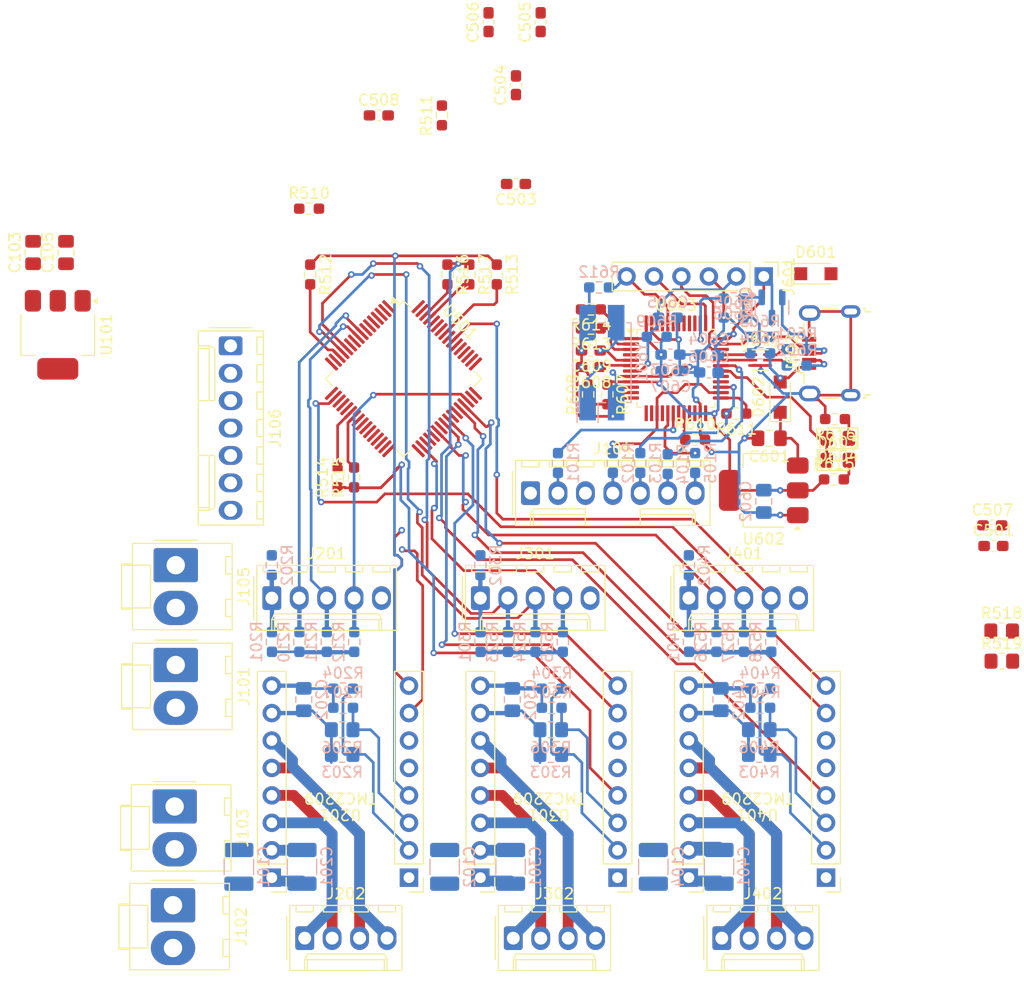
<source format=kicad_pcb>
(kicad_pcb (version 20241229) (generator "pcbnew") (generator_version "9.0")
  (layers (0 "F.Cu" signal) (2 "B.Cu" signal) (13 "F.Paste" user) (15 "B.Paste" user) (5 "F.SilkS" user "F.Silkscreen") (7 "B.SilkS" user "B.Silkscreen") (1 "F.Mask" user) (3 "B.Mask" user) (25 "Edge.Cuts" user))
  (net 0 "")
  (net 1 "GND")
  (net 2 "+BATT")
  (net 3 "+5V")
  (net 4 "+3V3")
  (net 5 "+3.3VA")
  (net 6 "/stlink/OSC_IN")
  (net 7 "/stlink/OSC_OUT")
  (net 8 "/stlink/SRST")
  (net 9 "VBUS")
  (net 10 "/stlink/LED")
  (net 11 "/tmc_motor/B02")
  (net 12 "/tmc_motor/A02")
  (net 13 "/tmc_motor/A01")
  (net 14 "/tmc_motor/B01")
  (net 15 "/tmc_motor1/A01")
  (net 16 "/tmc_motor1/A02")
  (net 17 "/tmc_motor1/B02")
  (net 18 "/tmc_motor1/B01")
  (net 19 "/tmc_motor2/A02")
  (net 20 "/tmc_motor2/A01")
  (net 21 "/tmc_motor2/B01")
  (net 22 "/tmc_motor2/B02")
  (net 23 "/stlink/SWCLK")
  (net 24 "/stlink/BOOT0")
  (net 25 "/stlink/SWDIO")
  (net 26 "Net-(U201-MS1)")
  (net 27 "/micro/TMC1")
  (net 28 "Net-(U201-MS2)")
  (net 29 "/micro/UART1_TX")
  (net 30 "/micro/TMC3")
  (net 31 "/micro/UART1_RX")
  (net 32 "/micro/TMC2")
  (net 33 "/micro/UART3_TX")
  (net 34 "/micro/UART3_RX")
  (net 35 "/micro/UART2_TX")
  (net 36 "/micro/UART2_RX")
  (net 37 "/stlink/T_JTMS")
  (net 38 "/stlink/T_NRST")
  (net 39 "/stlink/USB_RENUM")
  (net 40 "/micro/TIM1_ETR")
  (net 41 "/stlink/T_JTDI")
  (net 42 "/micro/LPUART1_RX")
  (net 43 "/micro/TIM1_CH2")
  (net 44 "/micro/UART4_TX")
  (net 45 "/stlink/T_JTCK")
  (net 46 "/stlink/T_SWO")
  (net 47 "/micro/UART4_RX")
  (net 48 "/micro/TIM1_CH1")
  (net 49 "/micro/TIM3_CH2")
  (net 50 "/micro/TIM3_ETR")
  (net 51 "/micro/LPUART1_TX")
  (net 52 "/micro/TIM3_CH1")
  (net 53 "/micro/TIM5_CH2")
  (net 55 "/stlink/T_JTDO")
  (net 56 "Net-(U501-VREF+)")
  (net 57 "Net-(D601-K)")
  (net 58 "Net-(D603-A)")
  (net 59 "Net-(D604-K)")
  (net 60 "Net-(J602-D-)")
  (net 61 "Net-(J602-ID)")
  (net 62 "Net-(J602-D+)")
  (net 63 "Net-(Q601-B)")
  (net 64 "/micro/TIM5_CH1")
  (net 65 "Net-(U601-D+_in)")
  (net 66 "Net-(U601-D-_in)")
  (net 67 "Net-(U603-PA0)")
  (net 68 "Net-(U603-PB2)")
  (net 69 "Net-(U603-PB12)")
  (net 70 "Net-(U603-PC14)")
  (net 71 "Net-(U603-PC13)")
  (net 72 "/micro/TIM5_ETR")
  (net 78 "/micro/T_SWO")
  (net 85 "/micro/T_SWDIO")
  (net 87 "/micro/T_RST")
  (net 92 "/micro/T_SWCLK")
  (net 93 "/micro/T_JDTI")
  (net 94 "/micro/HRTIM_CHA1")
  (net 97 "/micro/HRTIM_CHA2")
  (net 99 "Net-(U601-D-_out)")
  (net 100 "Net-(U601-D+_out)")
  (net 116 "/micro/HRTIM_CHB1")
  (net 117 "/micro/HRTIM_CHB2")
  (net 118 "/micro/HRTIM_CHE1")
  (net 119 "/micro/HRTIM_CHE2")
  (net 120 "/micro/SPI1_MOSI")
  (net 121 "/micro/SPI1_MISO")
  (net 122 "/micro/SPI1_SCK")
  (net 123 "Net-(J201-Pin_1)")
  (net 124 "Net-(J301-Pin_1)")
  (net 125 "Net-(J401-Pin_1)")
  (net 126 "Net-(U301-MS1)")
  (net 127 "Net-(U301-MS2)")
  (net 128 "Net-(U401-MS1)")
  (net 129 "Net-(U401-MS2)")
  (footprint "Connector_Molex:Molex_KK-254_AE-6410-07A_1x07_P2.54mm_Vertical" (layer "F.Cu") (at 88.392 103.378 -90)
    (property "Reference" "J106")
    (property "Value" "Conn_01x07")
  )
  (footprint "Connector_Molex:Molex_KK-396_A-41791-0002_1x02_P3.96mm_Vertical" (layer "F.Cu") (at 83.058 155.194 -90)
    (property "Reference" "J102")
    (property "Value" "Conn_01x02")
  )
  (footprint "Pokibot:TMC2209" (layer "F.Cu") (at 98.552 139.939 180)
    (property "Reference" "U201")
    (property "Value" "TMC2209")
  )
  (footprint "Resistor_SMD:R_0603_1608Metric_Pad0.98x0.95mm_HandSolder" (layer "F.Cu") (at 99.822 115.57 90)
    (property "Reference" "R515")
    (property "Value" "R_US")
  )
  (footprint "Capacitor_SMD:C_0603_1608Metric_Pad1.08x0.95mm_HandSolder" (layer "F.Cu") (at 121.741 103.816 180)
    (property "Reference" "C609")
    (property "Value" "C")
  )
  (footprint "Connector_Molex:Molex_KK-254_AE-6410-07A_1x07_P2.54mm_Vertical" (layer "F.Cu") (at 116.153 117.024)
    (property "Reference" "J104")
    (property "Value" "Conn_01x07")
  )
  (footprint "Pokibot:TMC2209" (layer "F.Cu") (at 117.860184 139.940513 180)
    (property "Reference" "U301")
    (property "Value" "TMC2209")
  )
  (footprint "Capacitor_SMD:C_0603_1608Metric_Pad1.08x0.95mm_HandSolder" (layer "F.Cu") (at 159.004 121.92)
    (property "Reference" "C501")
    (property "Value" "C")
  )
  (footprint "Diode_SMD:Nexperia_CFP3_SOD-123W" (layer "F.Cu") (at 139.267 108.134 90)
    (property "Reference" "D602")
    (property "Value" "PMEG40T10ER")
  )
  (footprint "Capacitor_SMD:C_0603_1608Metric_Pad1.08x0.95mm_HandSolder" (layer "F.Cu") (at 114.808 88.392 180)
    (property "Reference" "C503")
    (property "Value" "C")
  )
  (footprint "Connector_Molex:Molex_KK-254_AE-6410-05A_1x05_P2.54mm_Vertical" (layer "F.Cu") (at 92.202 126.746)
    (property "Reference" "J201")
    (property "Value" "Conn_01x05_Pin")
  )
  (footprint "Capacitor_SMD:C_0603_1608Metric_Pad1.08x0.95mm_HandSolder" (layer "F.Cu") (at 102.108 82.042)
    (property "Reference" "C508")
    (property "Value" "C")
  )
  (footprint "Resistor_SMD:R_0603_1608Metric_Pad0.98x0.95mm_HandSolder" (layer "F.Cu") (at 95.758 96.774 -90)
    (property "Reference" "R512")
    (property "Value" "R_US")
  )
  (footprint "Connector_Molex:Molex_KK-254_AE-6410-04A_1x04_P2.54mm_Vertical" (layer "F.Cu") (at 133.858 158.238909)
    (property "Reference" "J402")
    (property "Value" "Conn_01x04_Pin")
  )
  (footprint "Capacitor_SMD:C_0603_1608Metric_Pad1.08x0.95mm_HandSolder" (layer "F.Cu") (at 158.9035 120.008)
    (property "Reference" "C507")
    (property "Value" "C")
  )
  (footprint "Capacitor_SMD:C_0603_1608Metric_Pad1.08x0.95mm_HandSolder" (layer "F.Cu") (at 117.094 73.406 90)
    (property "Reference" "C505")
    (property "Value" "C")
  )
  (footprint "Capacitor_SMD:C_0805_2012Metric_Pad1.18x1.45mm_HandSolder" (layer "F.Cu") (at 138.251 111.944 180)
    (property "Reference" "C601")
    (property "Value" "C")
  )
  (footprint "Resistor_SMD:R_0603_1608Metric_Pad0.98x0.95mm_HandSolder" (layer "F.Cu") (at 131.393 112.071)
    (property "Reference" "R610")
    (property "Value" "R_US")
  )
  (footprint "Connector_Molex:Molex_KK-396_A-41791-0002_1x02_P3.96mm_Vertical" (layer "F.Cu") (at 83.312 123.698 -90)
    (property "Reference" "J105")
    (property "Value" "Conn_01x02_Socket")
  )
  (footprint "Resistor_SMD:R_0603_1608Metric_Pad0.98x0.95mm_HandSolder" (layer "F.Cu") (at 110.49 96.774 -90)
    (property "Reference" "R517")
    (property "Value" "R_US")
  )
  (footprint "Connector_Molex:Molex_KK-254_AE-6410-05A_1x05_P2.54mm_Vertical" (layer "F.Cu") (at 130.81 126.742909)
    (property "Reference" "J401")
    (property "Value" "Conn_01x05_Pin")
  )
  (footprint "Resistor_SMD:R_0603_1608Metric_Pad0.98x0.95mm_HandSolder" (layer "F.Cu") (at 123.265 107.88 -90)
    (property "Reference" "R607")
    (property "Value" "R_US")
  )
  (footprint "LED_SMD:LED_0805_2012Metric_Pad1.15x1.40mm_HandSolder" (layer "F.Cu") (at 144.601 113.976)
    (property "Reference" "D603")
    (property "Value" "LED")
  )
  (footprint "Capacitor_SMD:C_0805_2012Metric_Pad1.18x1.45mm_HandSolder" (layer "F.Cu") (at 73.152 94.742 90)
    (property "Reference" "C105")
    (property "Value" "C")
  )
  (footprint "Connector_Molex:Molex_KK-254_AE-6410-05A_1x05_P2.54mm_Vertical" (layer "F.Cu") (at 111.510184 126.747513)
    (property "Reference" "J301")
    (property "Value" "Conn_01x05_Pin")
  )
  (footprint "Resistor_SMD:R_0603_1608Metric_Pad0.98x0.95mm_HandSolder" (layer "F.Cu") (at 121.741 100.006 180)
    (property "Reference" "R614")
    (property "Value" "R_US")
  )
  (footprint "Resistor_SMD:R_0603_1608Metric_Pad0.98x0.95mm_HandSolder" (layer "F.Cu") (at 108.458 96.774 -90)
    (property "Reference" "R516")
    (property "Value" "R_US")
  )
  (footprint "Package_TO_SOT_SMD:SOT-223-3_TabPin2" (layer "F.Cu") (at 72.39 102.362 -90)
    (property "Reference" "U101")
    (property "Value" "LD1117S33TR_SOT223")
  )
  (footprint "Resistor_SMD:R_0603_1608Metric_Pad0.98x0.95mm_HandSolder" (layer "F.Cu") (at 107.95 82.042 90)
    (property "Reference" "R511")
    (property "Value" "R_US")
  )
  (footprint "Pokibot:TMC2209" (layer "F.Cu") (at 137.16 139.935909 180)
    (property "Reference" "U401")
    (property "Value" "TMC2209")
  )
  (footprint "Resistor_SMD:R_0603_1608Metric_Pad0.98x0.95mm_HandSolder" (layer "F.Cu") (at 144.347 110.166 180)
    (property "Reference" "R616")
    (property "Value" "R_US")
  )
  (footprint "Resistor_SMD:R_0603_1608Metric_Pad0.98x0.95mm_HandSolder" (layer "F.Cu") (at 144.2435 115.754)
    (property "Reference" "R615")
    (property "Value" "R_US")
  )
  (footprint "Connector_USB:USB_Micro-B_Wuerth_629105150521" (layer "F.Cu") (at 143.846 104.075 90)
    (property "Reference" "J602")
    (property "Value" "USB_B_Mini")
  )
  (footprint "Resistor_SMD:R_0603_1608Metric_Pad0.98x0.95mm_HandSolder" (layer "F.Cu") (at 121.487 107.88 90)
    (property "Reference" "R608")
    (property "Value" "R_US")
  )
  (footprint "Resistor_SMD:R_0603_1608Metric_Pad0.98x0.95mm_HandSolder" (layer "F.Cu") (at 113.03 96.774 -90)
    (property "Reference" "R513")
    (property "Value" "R_US")
  )
  (footprint "Resistor_SMD:R_0805_2012Metric_Pad1.20x1.40mm_HandSolder" (layer "F.Cu") (at 159.782 132.588)
    (property "Reference" "R519")
    (property "Value" "R_US")
  )
  (footprint "Package_QFP:LQFP-48_7x7mm_P0.5mm" (layer "F.Cu") (at 129.615 105.467)
    (property "Reference" "U603")
    (property "Value" "STM32F103CBTx")
  )
  (footprint "Package_QFP:LQFP-64_10x10mm_P0.5mm" (layer "F.Cu") (at 104.394 106.426 -45)
    (property "Reference" "U501")
    (property "Value" "STM32G474RETx")
  )
  (footprint "Connector_Molex:Molex_KK-396_A-41791-0002_1x02_P3.96mm_Vertical" (layer "F.Cu") (at 83.312 132.946 -90)
    (property "Reference" "J101")
    (property "Value" "Conn_01x02_Socket")
  )
  (footprint "Package_DFN_QFN:ST_UQFN-6L_1.5x1.7mm_P0.5mm" (layer "F.Cu") (at 137.4145 104.705)
    (property "Reference" "U601")
    (property "Value" "ECMF02-2AMX6")
  )
  (footprint "Connector_PinHeader_2.54mm:PinHeader_1x06_P2.54mm_Vertical" (layer "F.Cu") (at 137.743 96.958 -90)
    (property "Reference" "J601")
    (property "Value" "Conn_01x06_Pin")
  )
  (footprint "Resistor_SMD:R_0603_1608Metric_Pad0.98x0.95mm_HandSolder" (layer "F.Cu") (at 121.741 101.784 180)
    (property "Reference" "R613")
    (property "Value" "R_US")
  )
  (footprint "Resistor_SMD:R_0603_1608Metric_Pad0.98x0.95mm_HandSolder" (layer "F.Cu") (at 98.298 115.57 90)
    (property "Reference" "R514")
    (property "Value" "R_US")
  )
  (footprint "Resistor_SMD:R_0603_1608Metric_Pad0.98x0.95mm_HandSolder" (layer "F.Cu") (at 95.6545 90.678)
    (property "Reference" "R510")
    (property "Value" "R_US")
  )
  (footprint "Capacitor_SMD:C_0603_1608Metric_Pad1.08x0.95mm_HandSolder" (layer "F.Cu") (at 112.268 73.406 90)
    (property "Reference" "C506")
    (property "Value" "C")
  )
  (footprint "Diode_SMD:Nexperia_CFP3_SOD-123W" (layer "F.Cu") (at 142.569 96.704)
    (property "Reference" "D601")
    (property "Value" "PMEG40T10ER")
  )
  (footprint "LED_SMD:LED_0805_2012Metric_Pad1.15x1.40mm_HandSolder" (layer "F.Cu") (at 144.601 111.944 180)
    (property "Reference" "D604")
    (property "Value" "LED")
  )
  (footprint "Resistor_SMD:R_0805_2012Metric_Pad1.20x1.40mm_HandSolder" (layer "F.Cu") (at 159.766 129.794)
    (property "Reference" "R518")
    (property "Value" "R_US")
  )
  (footprint "Resistor_SMD:R_0603_1608Metric_Pad0.98x0.95mm_HandSolder" (layer "F.Cu") (at 135.203 109.658 180)
    (property "Reference" "R611")
    (property "Value" "R_US")
  )
  (footprint "Capacitor_SMD:C_0603_1608Metric_Pad1.08x0.95mm_HandSolder" (layer "F.Cu") (at 114.808 79.248 90)
    (property "Reference" "C504")
    (property "Value" "C")
  )
  (footprint "Connector_Molex:Molex_KK-254_AE-6410-04A_1x04_P2.54mm_Vertical" (layer "F.Cu") (at 114.558184 158.243513)
    (property "Reference" "J302")
    (property "Value" "Conn_01x04_Pin")
  )
  (footprint "Capacitor_SMD:C_0603_1608Metric_Pad1.08x0.95mm_HandSolder" (layer "F.Cu") (at 121.741 105.34 180)
    (property "Reference" "C608")
    (property "Value" "C")
  )
  (footprint "Package_TO_SOT_SMD:SOT-223-3_TabPin2" (layer "F.Cu") (at 137.743 116.77 180)
    (property "Reference" "U602")
    (property "Value" "LD1117S33TR_SOT223")
  )
  (footprint "Capacitor_SMD:C_0805_2012Metric_Pad1.18x1.45mm_HandSolder" (layer "F.Cu") (at 70.104 94.742 90)
    (property "Reference" "C103")
    (property "Value" "C")
  )
  (footprint "Connector_Molex:Molex_KK-396_A-41791-0002_1x02_P3.96mm_Vertical" (layer "F.Cu") (at 83.207 146.05 -90)
    (property "Reference" "J103")
    (property "Value" "Conn_01x02")
  )
  (footprint "Connector_Molex:Molex_KK-254_AE-6410-04A_1x04_P2.54mm_Vertical" (layer "F.Cu") (at 95.25 158.242)
    (property "Reference" "J202")
    (property "Value" "Conn_01x04_Pin")
  )
  (footprint "Capacitor_SMD:C_1210_3225Metric_Pad1.33x2.70mm_HandSolder" (layer "B.Cu") (at 108.204 151.638 90)
    (property "Reference" "C102")
    (property "Value" "C")
  )
  (footprint "Resistor_SMD:R_0603_1608Metric_Pad0.98x0.95mm_HandSolder" (layer "B.Cu") (at 111.510184 123.699513 90)
    (property "Reference" "R302")
    (property "Value" "R_US")
  )
  (footprint "Resistor_SMD:R_0603_1608Metric_Pad0.98x0.95mm_HandSolder" (layer "B.Cu") (at 92.202 123.698 90)
    (property "Reference" "R202")
    (property "Value" "R_US")
  )
  (footprint "Resistor_SMD:R_0603_1608Metric_Pad0.98x0.95mm_HandSolder" (layer "B.Cu") (at 137.3855 102.546 180)
    (property "Reference" "R603")
    (property "Value" "R_US")
  )
  (footprint "Capacitor_SMD:C_1210_3225Metric_Pad1.33x2.70mm_HandSolder" (layer "B.Cu") (at 94.996 151.638 90)
    (property "Reference" "C201")
    (property "Value" "C")
  )
  (footprint "Resistor_SMD:R_0603_1608Metric_Pad0.98x0.95mm_HandSolder" (layer "B.Cu") (at 118.114184 136.907513 180)
    (property "Reference" "R307")
    (property "Value" "R_US")
  )
  (footprint "Resistor_SMD:R_0805_2012Metric_Pad1.20x1.40mm_HandSolder" (layer "B.Cu") (at 118.025184 141.225513)
    (property "Reference" "R303")
    (property "Value" "R_US")
  )
  (footprint "Resistor_SMD:R_0603_1608Metric_Pad0.98x0.95mm_HandSolder" (layer "B.Cu") (at 138.4445 130.806909 -90)
    (property "Reference" "R528")
    (property "Value" "R_US")
  )
  (footprint "Capacitor_SMD:C_1210_3225Metric_Pad1.33x2.70mm_HandSolder" (layer "B.Cu") (at 89.154 151.638 90)
    (property "Reference" "C101")
    (property "Value" "C")
  )
  (footprint "Resistor_SMD:R_0603_1608Metric_Pad0.98x0.95mm_HandSolder" (layer "B.Cu") (at 97.2965 130.81 -90)
    (property "Reference" "R211")
    (property "Value" "R_US")
  )
  (footprint "Resistor_SMD:R_0603_1608Metric_Pad0.98x0.95mm_HandSolder" (layer "B.Cu") (at 140.791 103.689 180)
    (property "Reference" "R601")
    (property "Value" "R_US")
  )
  (footprint "Resistor_SMD:R_0603_1608Metric_Pad0.98x0.95mm_HandSolder" (layer "B.Cu") (at 98.806 135.128 180)
    (property "Reference" "R204")
    (property "Value" "R_US")
  )
  (footprint "Capacitor_SMD:C_0603_1608Metric_Pad1.08x0.95mm_HandSolder" (layer "B.Cu") (at 128.853 100.768 180)
    (property "Reference" "C605")
    (property "Value" "C")
  )
  (footprint "Capacitor_SMD:C_0805_2012Metric_Pad1.18x1.45mm_HandSolder" (layer "B.Cu") (at 137.743 117.786 -90)
    (property "Reference" "C602")
    (property "Value" "C")
  )
  (footprint "Resistor_SMD:R_0603_1608Metric_Pad0.98x0.95mm_HandSolder" (layer "B.Cu") (at 118.693 114.23 90)
    (property "Reference" "R101")
    (property "Value" "R_US")
  )
  (footprint "Resistor_SMD:R_0603_1608Metric_Pad0.98x0.95mm_HandSolder" (layer "B.Cu") (at 128.853 114.3335 90)
    (property "Reference" "R104")
    (property "Value" "R_US")
  )
  (footprint "Resistor_SMD:R_0603_1608Metric_Pad0.98x0.95mm_HandSolder" (layer "B.Cu") (at 126.313 114.23 90)
    (property "Reference" "R103")
    (property "Value" "R_US")
  )
  (footprint "Resistor_SMD:R_0805_2012Metric_Pad1.20x1.40mm_HandSolder" (layer "B.Cu") (at 98.717 141.224)
    (property "Reference" "R203")
    (property "Value" "R_US")
  )
  (footprint "Resistor_SMD:R_0603_1608Metric_Pad0.98x0.95mm_HandSolder" (layer "B.Cu") (at 123.773 114.23 90)
    (property "Reference" "R102")
    (property "Value" "R_US")
  )
  (footprint "Resistor_SMD:R_0603_1608Metric_Pad0.98x0.95mm_HandSolder" (layer "B.Cu") (at 98.806 136.906 180)
    (property "Reference" "R207")
    (property "Value" "R_US")
  )
  (footprint "Resistor_SMD:R_0603_1608Metric_Pad0.98x0.95mm_HandSolder" (layer "B.Cu") (at 116.604684 130.811513 -90)
    (property "Reference" "R524")
    (property "Value" "R_US")
  )
  (footprint "Capacitor_SMD:C_0603_1608Metric_Pad1.08x0.95mm_HandSolder" (layer "B.Cu") (at 129.107 105.721)
    (property "Reference" "C607")
    (property "Value" "C")
  )
  (footprint "Capacitor_SMD:C_0805_2012Metric_Pad1.18x1.45mm_HandSolder" (layer "B.Cu") (at 114.469184 136.145513 90)
    (property "Reference" "C302")
    (property "Value" "C")
  )
  (footprint "Resistor_SMD:R_0603_1608Metric_Pad0.98x0.95mm_HandSolder" (layer "B.Cu") (at 135.9045 130.806909 -90)
    (property "Reference" "R527")
    (property "Value" "R_US")
  )
  (footprint "Resistor_SMD:R_0603_1608Metric_Pad0.98x0.95mm_HandSolder" (layer "B.Cu") (at 131.393 114.23 90)
    (property "Reference" "R105")
    (property "Value" "R_US")
  )
  (footprint "Resistor_SMD:R_0603_1608Metric_Pad0.98x0.95mm_HandSolder" (layer "B.Cu") (at 122.503 97.974 180)
    (property "Reference" "R612")
    (property "Value" "R_US")
  )
  (footprint "Capacitor_SMD:C_1210_3225Metric_Pad1.33x2.70mm_HandSolder" (layer "B.Cu") (at 114.304184 151.639513 90)
    (property "Reference" "C301")
    (property "Value" "C")
  )
  (footprint "Capacitor_SMD:C_0805_2012Metric_Pad1.18x1.45mm_HandSolder" (layer "B.Cu") (at 133.769 136.140909 90)
    (property "Reference" "C402")
    (property "Value" "C")
  )
  (footprint "Resistor_SMD:R_0805_2012Metric_Pad1.20x1.40mm_HandSolder" (layer "B.Cu") (at 118.025184 138.939513)
    (property "Reference" "R306")
    (property "Value" "R_US")
  )
  (footprint "Resistor_SMD:R_0603_1608Metric_Pad0.98x0.95mm_HandSolder" (layer "B.Cu") (at 118.114184 135.129513 180)
    (property "Reference" "R304")
    (property "Value" "R_US")
  )
  (footprint "Capacitor_SMD:C_1210_3225Metric_Pad1.33x2.70mm_HandSolder" (layer "B.Cu") (at 127.5225 151.638 90)
    (property "Reference" "C104")
    (property "Value" "C")
  )
  (footprint "Package_TO_SOT_SMD:SOT-23" (layer "B.Cu") (at 138.505 99.8305 -90)
    (property "Reference" "Q601")
    (property "Value" "MMBTA44")
  )
  (footprint "Resistor_SMD:R_0603_1608Metric_Pad0.98x0.95mm_HandSolder" (layer "B.Cu") (at 134.949 98.99)
    (property "Reference" "R606")
    (property "Value" "100R")
  )
  (footprint "Crystal:Crystal_SMD_EuroQuartz_MQ-4Pin_7.0x5.0mm_HandSoldering" (layer "B.Cu") (at 122.757 104.942 90)
    (property "Reference" "Y601")
    (property "Value" "Crystal_GND24")
  )
  (footprint "Resistor_SMD:R_0603_1608Metric_Pad0.98x0.95mm_HandSolder" (layer "B.Cu") (at 133.3645 130.806909 -90)
    (property "Reference" "R526")
    (property "Value" "R_US")
  )
  (footprint "Resistor_SMD:R_0603_1608Metric_Pad0.98x0.95mm_HandSolder" (layer "B.Cu") (at 134.949 100.768 180)
    (property "Reference" "R605")
    (property "Value" "36k")
  )
  (footprint "Resistor_SMD:R_0603_1608Metric_Pad0.98x0.95mm_HandSolder" (layer "B.Cu") (at 140.791 105.213 180)
    (property "Reference" "R602")
    (property "Value" "R_US")
  )
  (footprint "Resistor_SMD:R_0603_1608Metric_Pad0.98x0.95mm_HandSolder" (layer "B.Cu") (at 94.7565 130.81 -90)
    (property "Reference" "R210")
    (property "Value" "R_US")
  )
  (footprint "Resistor_SMD:R_0603_1608Metric_Pad0.98x0.95mm_HandSolder" (layer "B.Cu") (at 127.837 102.546 180)
    (property "Reference" "R609")
    (property "Value" "R_US")
  )
  (footprint "Resistor_SMD:R_0603_1608Metric_Pad0.98x0.95mm_HandSolder" (layer "B.Cu") (at 99.8365 130.81 -90)
    (property "Reference" "R212")
    (property "Value" "R_US")
  )
  (footprint "Resistor_SMD:R_0603_1608Metric_Pad0.98x0.95mm_HandSolder" (layer "B.Cu") (at 111.524684 130.811513 -90)
    (property "Reference" "R301")
    (property "Value" "R_US")
  )
  (footprint "Resistor_SMD:R_0805_2012Metric_Pad1.20x1.40mm_HandSolder" (layer "B.Cu") (at 137.325 138.934909)
    (property "Reference" "R406")
    (property "Value" "R_US")
  )
  (footprint "Capacitor_SMD:C_0805_2012Metric_Pad1.18x1.45mm_HandSolder" (layer "B.Cu") (at 95.161 136.144 90)
    (property "Reference" "C202")
    (property "Value" "C")
  )
  (footprint "Capacitor_SMD:C_0603_1608Metric_Pad1.08x0.95mm_HandSolder" (layer "B.Cu") (at 129.107 104.197)
    (property "Reference" "C603")
    (property "Value" "C")
  )
  (footprint "Resistor_SMD:R_0603_1608Metric_Pad0.98x0.95mm_HandSolder" (layer "B.Cu") (at 114.064684 130.811513 -90)
    (property "Reference" "R523")
    (property "Value" "R_US")
  )
  (footprint "Capacitor_SMD:C_0603_1608Metric_Pad1.08x0.95mm_HandSolder" (layer "B.Cu") (at 132.663 104.197 180)
    (property "Reference" "C604")
    (property "Value" "C")
  )
  (footprint "Capacitor_SMD:C_0603_1608Metric_Pad1.08x0.95mm_HandSolder" (layer "B.Cu") (at 132.663 105.848 180)
    (property "Reference" "C606")
    (property "Value" "C")
  )
  (footprint "Resistor_SMD:R_0603_1608Metric_Pad0.98x0.95mm_HandSolder" (layer "B.Cu") (at 130.81 123.694909 90)
    (property "Reference" "R402")
    (property "Value" "R_US")
  )
  (footprint "Resistor_SMD:R_0603_1608Metric_Pad0.98x0.95mm_HandSolder" (layer "B.Cu") (at 137.414 136.902909 180)
    (property "Reference" "R407")
    (property "Value" "R_US")
  )
  (footprint "Capacitor_SMD:C_1210_3225Metric_Pad1.33x2.70mm_HandSolder" (layer "B.Cu") (at 133.604 151.634909 90)
    (property "Reference" "C401")
    (property "Value" "C")
  )
  (footprint "Resistor_SMD:R_0603_1608Metric_Pad0.98x0.95mm_HandSolder" (layer "B.Cu") (at 137.414 135.124909 180)
    (property "Reference" "R404")
    (property "Value" "R_US")
  )
  (footprint "Resistor_SMD:R_0603_1608Metric_Pad0.98x0.95mm_HandSolder" (layer "B.Cu") (at 130.8245 130.806909 -90)
    (property "Reference" "R401")
    (property "Value" "R_US")
  )
  (footprint "Resistor_SMD:R_0805_2012Metric_Pad1.20x1.40mm_HandSolder" (layer "B.Cu") (at 98.717 138.938)
    (property "Reference" "R206")
    (property "Value" "R_US")
  )
  (footprint "Resistor_SMD:R_0603_1608Metric_Pad0.98x0.95mm_HandSolder" (layer "B.Cu") (at 92.2165 130.81 -90)
    (property "Reference" "R201")
    (property "Value" "R_US")
  )
  (footprint "Resistor_SMD:R_0603_1608Metric_Pad0.98x0.95mm_HandSolder" (layer "B.Cu") (at 137.4145 104.07 180)
    (property "Reference" "R604")
    (property "Value" "10k")
  )
  (footprint "Resistor_SMD:R_0603_1608Metric_Pad0.98x0.95mm_HandSolder" (layer "B.Cu") (at 119.144684 130.811513 -90)
    (property "Reference" "R525")
    (property "Value" "R_US")
  )
  (footprint "Resistor_SMD:R_0805_2012Metric_Pad1.20x1.40mm_HandSolder" (layer "B.Cu") (at 137.325 141.220909)
    (property "Reference" "R403")
    (property "Value" "R_US")
  )
  (segment (start 120.471 109.658) (end 120.471 105.7475) (width 0.25) (layer "F.Cu") (net 1))
  (segment (start 127.365 101.3045) (end 127.365 102.111178) (width 0.25) (layer "F.Cu") (net 1))
  (segment (start 129.869 105.34) (end 130.885 105.34) (width 0.25) (layer "F.Cu") (net 1))
  (segment (start 135.802 103.217) (end 136.473 102.546) (width 0.25) (layer "F.Cu") (net 1))
  (segment (start 123.773 109.912) (end 120.725 109.912) (width 0.25) (layer "F.Cu") (net 1))
  (segment (start 131.865 110.749656) (end 131.86369 110.750966) (width 0.25) (layer "F.Cu") (net 1))
  (segment (start 142.146 100.2) (end 141.996 100.35) (width 0.25) (layer "F.Cu") (net 1))
  (segment (start 143.4345 108.9995) (end 142.808 108.373) (width 0.25) (layer "F.Cu") (net 1))
  (segment (start 120.8785 105.34) (end 120.8785 103.816) (width 0.25) (layer "F.Cu") (net 1))
  (segment (start 132.3055 112.071) (end 132.3055 112.6025) (width 0.25) (layer "F.Cu") (net 1))
  (segment (start 145.796 100.2) (end 142.146 100.2) (width 0.25) (layer "F.Cu") (net 1))
  (segment (start 133.7775 103.217) (end 135.802 103.217) (width 0.25) (layer "F.Cu") (net 1))
  (segment (start 120.471 105.7475) (end 120.8785 105.34) (width 0.25) (layer "F.Cu") (net 1))
  (segment (start 137.4705 105.205) (end 137.4705 105.721) (width 0.25) (layer "F.Cu") (net 1))
  (segment (start 138.102 105.205) (end 136.727 105.205) (width 0.25) (layer "F.Cu") (net 1))
  (segment (start 141.946 100.4) (end 141.996 100.35) (width 0.25) (layer "F.Cu") (net 1))
  (segment (start 131.865 109.6295) (end 131.865 110.749656) (width 0.25) (layer "F.Cu") (net 1))
  (segment (start 142.569 108.373) (end 141.996 107.8) (width 0.25) (layer "F.Cu") (net 1))
  (segment (start 137.2135 111.944) (end 135.965 111.944) (width 0.25) (layer "F.Cu") (net 1))
  (segment (start 120.8285 103.766) (end 120.8785 103.816) (width 0.25) (layer "F.Cu") (net 1))
  (segment (start 136.727 105.205) (end 137.4705 105.205) (width 0.25) (layer "F.Cu") (net 1))
  (segment (start 132.663 96.958) (end 134.0365 98.3315) (width 0.25) (layer "F.Cu") (net 1))
  (segment (start 131.865 111.6305) (end 132.3055 112.071) (width 0.25) (layer "F.Cu") (net 1))
  (segment (start 131.865 109.6295) (end 131.865 111.6305) (width 0.25) (layer "F.Cu") (net 1))
  (segment (start 145.796 107.95) (end 145.796 100.2) (width 0.25) (layer "F.Cu") (net 1))
  (segment (start 139.281 119.07) (end 139.267 119.056) (width 0.25) (layer "F.Cu") (net 1))
  (segment (start 128.992 106.217) (end 129.869 105.34) (width 0.25) (layer "F.Cu") (net 1))
  (segment (start 140.893 119.07) (end 139.281 119.07) (width 0.25) (layer "F.Cu") (net 1))
  (segment (start 131.86369 110.750966) (end 131.86369 108.765206) (width 0.25) (layer "F.Cu") (net 1))
  (segment (start 143.4345 110.166) (end 143.4345 108.9995) (width 0.25) (layer "F.Cu") (net 1))
  (segment (start 134.0365 98.3315) (end 134.0365 100.768) (width 0.25) (layer "F.Cu") (net 1))
  (segment (start 121.487 105.948499) (end 120.878502 105.340001) (width 0.25) (layer "F.Cu") (net 1))
  (segment (start 123.773 105.848) (end 124.142 106.217) (width 0.25) (layer "F.Cu") (net 1))
  (segment (start 128.053822 102.8) (end 129.869 102.8) (width 0.25) (layer "F.Cu") (net 1))
  (segment (start 124.142 106.217) (end 125.4525 106.217) (width 0.25) (layer "F.Cu") (net 1))
  (segment (start 125.4525 106.217) (end 128.992 106.217) (width 0.25) (layer "F.Cu") (net 1))
  (segment (start 145.796 107.95) (end 142.146 107.95) (width 0.25) (layer "F.Cu") (net 1))
  (segment (start 120.8285 101.784) (end 120.8285 103.766) (width 0.25) (layer "F.Cu") (net 1))
  (segment (start 120.725 109.912) (end 120.471 109.658) (width 0.25) (layer "F.Cu") (net 1))
  (segment (start 121.487 106.9675) (end 121.487 105.948499) (width 0.25) (layer "F.Cu") (net 1))
  (segment (start 132.4325 111.944) (end 132.3055 112.071) (width 0.25) (layer "F.Cu") (net 1))
  (segment (start 142.146 107.95) (end 141.996 107.8) (width 0.25) (layer "F.Cu") (net 1))
  (segment (start 120.8285 101.784) (end 120.8285 100.006) (width 0.25) (layer "F.Cu") (net 1))
  (segment (start 132.3055 112.6025) (end 132.917 113.214) (width 0.25) (layer "F.Cu") (net 1))
  (segment (start 142.808 108.373) (end 142.569 108.373) (width 0.25) (layer "F.Cu") (net 1))
  (segment (start 141.946 102.775) (end 141.946 100.4) (width 0.25) (layer "F.Cu") (net 1))
  (segment (start 127.365 102.111178) (end 128.053822 102.8) (width 0.25) (layer "F.Cu") (net 1))
  (segment (start 131.86369 108.765206) (end 131.483076 108.384591) (width 0.25) (layer "F.Cu") (net 1))
  (via (at 131.86369 110.750966) (size 0.6) (drill 0.25) (layers "F.Cu" "B.Cu") (net 1))
  (via (at 137.4705 105.721) (size 0.6) (drill 0.25) (layers "F.Cu" "B.Cu") (net 1))
  (via (at 134.0365 100.768) (size 0.6) (drill 0.25) (layers "F.Cu" "B.Cu") (net 1))
  (via (at 135.965 111.944) (size 0.6) (drill 0.25) (layers "F.Cu" "B.Cu") (net 1))
  (via (at 129.869 102.8) (size 0.6) (drill 0.25) (layers "F.Cu" "B.Cu") (net 1))
  (via (at 136.473 102.546) (size 0.6) (drill 0.25) (layers "F.Cu" "B.Cu") (net 1))
  (via (at 130.885 105.34) (size 0.6) (drill 0.25) (layers "F.Cu" "B.Cu") (net 1))
  (via (at 123.773 105.848) (size 0.6) (drill 0.25) (layers "F.Cu" "B.Cu") (net 1))
  (via (at 131.483076 108.384591) (size 0.6) (drill 0.25) (layers "F.Cu" "B.Cu") (net 1))
  (via (at 123.773 109.912) (size 0.6) (drill 0.25) (layers "F.Cu" "B.Cu") (net 1))
  (via (at 120.878502 103.816001) (size 0.6) (drill 0.25) (layers "F.Cu" "B.Cu") (net 1))
  (via (at 120.878502 105.340001) (size 0.6) (drill 0.25) (layers "F.Cu" "B.Cu") (net 1))
  (via (at 132.917 113.214) (size 0.6) (drill 0.25) (layers "F.Cu" "B.Cu") (net 1))
  (via (at 139.267 119.056) (size 0.6) (drill 0.25) (layers "F.Cu" "B.Cu") (net 1))
  (segment (start 137.743 118.8235) (end 135.9865 118.8235) (width 0.25) (layer "B.Cu") (net 1))
  (segment (start 136.5015 135.124909) (end 136.5015 137.156909) (width 0.25) (layer "B.Cu") (net 1))
  (segment (start 94.7185 150.099) (end 92.202 150.099) (width 1) (layer "B.Cu") (net 1))
  (segment (start 131.647 105.848) (end 131.647 106.936604) (width 0.25) (layer "B.Cu") (net 1))
  (segment (start 111.510184 150.100513) (end 111.675184 150.100513) (width 1) (layer "B.Cu") (net 1))
  (segment (start 134.0365 100.678905) (end 134.0365 101.1255) (width 0.25) (layer "B.Cu") (net 1))
  (segment (start 114.026684 150.100513) (end 111.510184 150.100513) (width 1) (layer "B.Cu") (net 1))
  (segment (start 131.197 107.386604) (end 131.197 108.098515) (width 0.25) (layer "B.Cu") (net 1))
  (segment (start 133.769 135.103409) (end 136.48 135.103409) (width 0.4) (layer "B.Cu") (net 1))
  (segment (start 139.267 119.056) (end 137.9755 119.056) (width 0.25) (layer "B.Cu") (net 1))
  (segment (start 141.996 107.8) (end 140.109 107.8) (width 0.25) (layer "B.Cu") (net 1))
  (segment (start 114.221684 134.860513) (end 112.170184 134.860513) (width 0.4) (layer "B.Cu") (net 1))
  (segment (start 130.81 150.095909) (end 130.975 150.095909) (width 1) (layer "B.Cu") (net 1))
  (segment (start 131.47 134.855909) (end 131.2225 135.103409) (width 0.4) (layer "B.Cu") (net 1))
  (segment (start 131.647 105.848) (end 131.647 104.2975) (width 0.25) (layer "B.Cu") (net 1))
  (segment (start 129.7155 102.6465) (end 129.869 102.8) (width 0.25) (layer "B.Cu") (net 1))
  (segment (start 131.647 106.936604) (end 131.197 107.386604) (width 0.25) (layer "B.Cu") (net 1))
  (segment (start 134.0365 101.961) (end 134.0365 100.768) (width 0.25) (layer "B.Cu") (net 1))
  (segment (start 117.201684 135.129513) (end 117.201684 137.161513) (width 0.25) (layer "B.Cu") (net 1))
  (segment (start 112.170184 134.860513) (end 111.922684 135.108013) (width 0.4) (layer "B.Cu") (net 1))
  (segment (start 124.077 108.642) (end 124.077 106.152) (width 0.25) (layer "B.Cu") (net 1))
  (segment (start 131.5465 105.34) (end 130.885 105.34) (width 0.25) (layer "B.Cu") (net 1))
  (segment (start 97.8935 135.128) (end 95.1825 135.128) (width 0.25) (layer "B.Cu") (net 1))
  (segment (start 133.3265 150.095909) (end 130.81 150.095909) (width 1) (layer "B.Cu") (net 1))
  (segment (start 131.0875 149.818409) (end 130.81 150.095909) (width 1) (layer "B.Cu") (net 1))
  (segment (start 133.769 135.103409) (end 133.5215 134.855909) (width 0.4) (layer "B.Cu") (net 1))
  (segment (start 135.457 112.452) (end 135.965 111.944) (width 0.25) (layer "B.Cu") (net 1))
  (segment (start 94.9135 134.859) (end 92.862 134.859) (width 0.4) (layer "B.Cu") (net 1))
  (segment (start 129.7155 100.768) (end 129.7155 102.6465) (width 0.25) (layer "B.Cu") (net 1))
  (segment (start 135.457 113.214) (end 135.457 112.452) (width 0.25) (layer "B.Cu") (net 1))
  (segment (start 136.5015 135.124909) (end 136.5015 137.156909) (width 0.25) (layer "B.Cu") (net 1))
  (segment (start 121.5905 97.974) (end 121.5905 101.0885) (width 0.25) (layer "B.Cu") (net 1))
  (segment (start 92.202 150.099) (end 92.367 150.099) (width 1) (layer "B.Cu") (net 1))
  (segment (start 136.5015 135.124909) (end 136.5015 137.156909) (width 0.25) (layer "B.Cu") (net 1))
  (segment (start 129.869 104.0965) (end 129.869 102.8) (width 0.25) (layer "B.Cu") (net 1))
  (segment (start 136.302 102.546) (end 136.473 102.546) (width 0.25) (layer "B.Cu") (net 1))
  (segment (start 130.504 105.721) (end 130.885 105.34) (width 0.25) (layer "B.Cu") (net 1))
  (segment (start 135.457 118.294) (end 135.457 113.214) (width 0.25) (layer "B.Cu") (net 1))
  (segment (start 95.1825 135.128) (end 95.161 135.1065) (width 0.25) (layer "B.Cu") (net 1))
  (segment (start 133.769 135.103409) (end 136.48 135.103409) (width 0.4) (layer "B.Cu") (net 1))
  (segment (start 131.8005 104.197) (end 134.0365 101.961) (width 0.25) (layer "B.Cu") (net 1))
  (segment (start 133.769 135.103409) (end 133.5215 134.855909) (width 0.4) (layer "B.Cu") (net 1))
  (segment (start 129.9695 105.721) (end 130.504 105.721) (width 0.25) (layer "B.Cu") (net 1))
  (segment (start 121.5905 101.0885) (end 121.437 101.242) (width 0.25) (layer "B.Cu") (net 1))
  (segment (start 114.469184 135.108013) (end 114.221684 134.860513) (width 0.4) (layer "B.Cu") (net 1))
  (segment (start 131.647 105.848) (end 130.0965 105.848) (width 0.25) (layer "B.Cu") (net 1))
  (segment (start 133.769 135.103409) (end 136.48 135.103409) (width 0.4) (layer "B.Cu") (net 1))
  (segment (start 136.48 135.103409) (end 136.5015 135.124909) (width 0.4) (layer "B.Cu") (net 1))
  (segment (start 136.48 135.103409) (end 136.5015 135.124909) (width 0.4) (layer "B.Cu") (net 1))
  (segment (start 97.8935 136.906) (end 97.8935 135.636) (width 0.25) (layer "B.Cu") (net 1))
  (segment (start 131.197 108.098515) (end 131.483076 108.384591) (width 0.25) (layer "B.Cu") (net 1))
  (segment (start 114.469184 135.108013) (end 117.180184 135.108013) (width 0.4) (layer "B.Cu") (net 1))
  (segment (start 134.524 100.768) (end 136.302 102.546) (width 0.25) (layer "B.Cu") (net 1))
  (segment (start 120.979 100.534) (end 121.487 101.042) (width 0.25) (layer "B.Cu") (net 1))
  (segment (start 134.0365 100.768) (end 134.524 100.768) (width 0.25) (layer "B.Cu") (net 1))
  (segment (start 132.917 113.214) (end 135.457 113.214) (width 0.25) (layer "B.Cu") (net 1))
  (segment (start 137.4705 105.721) (end 139.5495 107.8) (width 0.25) (layer "B.Cu") (net 1))
  (segment (start 117.180184 135.108013) (end 117.201684 135.129513) (width 0.4) (layer "B.Cu") (net 1))
  (segment (start 94.9135 134.859) (end 95.161 135.1065) (width 0.25) (layer "B.Cu") (net 1))
  (segment (start 120.878502 103.054) (end 120.878502 103.816001) (width 0.25) (layer "B.Cu") (net 1))
  (segment (start 131.8005 105.594) (end 131.5465 105.34) (width 0.25) (layer "B.Cu") (net 1))
  (segment (start 92.862 134.859) (end 92.6145 135.1065) (width 0.4) (layer "B.Cu") (net 1))
  (segment (start 124.077 106.152) (end 123.773 105.848) (width 0.25) (layer "B.Cu") (net 1))
  (segment (start 131.47 134.855909) (end 131.2225 135.103409) (width 0.4) (layer "B.Cu") (net 1))
  (segment (start 140.109 107.8) (end 135.965 111.944) (width 0.25) (layer "B.Cu") (net 1))
  (segment (start 135.9865 118.8235) (end 135.457 118.294) (width 0.25) (layer "B.Cu") (net 1))
  (segment (start 136.48 135.103409) (end 136.5015 135.124909) (width 0.4) (layer "B.Cu") (net 1))
  (segment (start 131.5465 104.197) (end 129.9695 104.197) (width 0.25) (layer "B.Cu") (net 1))
  (segment (start 133.604 149.818409) (end 131.0875 149.818409) (width 1) (layer "B.Cu") (net 1))
  (segment (start 131.647 104.2975) (end 131.5465 104.197) (width 0.25) (layer "B.Cu") (net 1))
  (segment (start 130.81 150.095909) (end 130.975 150.095909) (width 1) (layer "B.Cu") (net 1))
  (segment (start 133.5215 134.855909) (end 131.47 134.855909) (width 0.4) (layer "B.Cu") (net 1))
  (segment (start 92.202 134.859) (end 94.9135 134.859) (width 0.25) (layer "B.Cu") (net 1))
  (segment (start 130.0965 105.848) (end 129.9695 105.721) (width 0.25) (layer "B.Cu") (net 1))
  (segment (start 139.5495 107.8) (end 141.996 107.8) (width 0.25) (layer "B.Cu") (net 1))
  (segment (start 97.8935 135.128) (end 97.8935 135.636) (width 0.25) (layer "B.Cu") (net 1))
  (segment (start 121.487 102.8) (end 121.132502 102.8) (width 0.25) (layer "B.Cu") (net 1))
  (segment (start 129.9695 104.197) (end 129.869 104.0965) (width 0.25) (layer "B.Cu") (net 1))
  (segment (start 133.5215 134.855909) (end 131.47 134.855909) (width 0.4) (layer "B.Cu") (net 1))
  (segment (start 97.8935 135.636) (end 97.8935 137.16) (width 0.25) (layer "B.Cu") (net 1))
  (segment (start 121.132502 102.8) (end 120.878502 103.054) (width 0.25) (layer "B.Cu") (net 1))
  (segment (start 129.9695 105.721) (end 129.9695 104.197) (width 0.25) (layer "B.Cu") (net 1))
  (segment (start 137.9755 119.056) (end 137.743 118.8235) (width 0.25) (layer "B.Cu") (net 1))
  (segment (start 133.604 152.943409) (end 131.1175 152.943409) (width 1) (layer "B.Cu") (net 2))
  (segment (start 133.604 152.943409) (end 131.1175 152.943409) (width 1) (layer "B.Cu") (net 2))
  (segment (start 92.5095 152.9465) (end 92.202 152.639) (width 1) (layer "B.Cu") (net 2))
  (segment (start 94.996 152.9465) (end 92.5095 152.9465) (width 1) (layer "B.Cu") (net 2))
  (segment (start 111.817684 152.948013) (end 111.510184 152.640513) (width 1) (layer "B.Cu") (net 2))
  (segment (start 114.304184 152.948013) (end 111.817684 152.948013) (width 1) (layer "B.Cu") (net 2))
  (segment (start 131.1175 152.943409) (end 130.81 152.635909) (width 1) (layer "B.Cu") (net 2))
  (segment (start 131.1175 152.943409) (end 130.81 152.635909) (width 1) (layer "B.Cu") (net 2))
  (segment (start 136.325 139.935909) (end 136.325 139.734409) (width 0.25) (layer "B.Cu") (net 4))
  (segment (start 136.325 138.934909) (end 134.5685 137.178409) (width 0.25) (layer "B.Cu") (net 4))
  (segment (start 117.025184 141.987513) (end 117.025184 138.869184) (width 0.25) (layer "B.Cu") (net 4))
  (segment (start 136.325 139.935909) (end 136.325 139.734409) (width 0.25) (layer "B.Cu") (net 4))
  (segment (start 133.3645 131.719409) (end 130.8245 131.719409) (width 0.4) (layer "B.Cu") (net 4))
  (segment (start 115.339013 137.183013) (end 114.469184 137.183013) (width 0.25) (layer "B.Cu") (net 4))
  (segment (start 112.110184 137.400513) (end 111.892684 137.183013) (width 0.4) (layer "B.Cu") (net 4))
  (segment (start 94.7565 131.7225) (end 92.2165 131.7225) (width 0.25) (layer "B.Cu") (net 4))
  (segment (start 92.802 137.399) (end 92.5845 137.1815) (width 0.4) (layer "B.Cu") (net 4))
  (segment (start 133.5515 137.395909) (end 131.41 137.395909) (width 0.4) (layer "B.Cu") (net 4))
  (segment (start 138.459 131.757909) (end 135.919 131.757909) (width 0.4) (layer "B.Cu") (net 4))
  (segment (start 133.769 137.178409) (end 133.5515 137.395909) (width 0.4) (layer "B.Cu") (net 4))
  (segment (start 131.41 137.395909) (end 131.1925 137.178409) (width 0.4) (layer "B.Cu") (net 4))
  (segment (start 97.717 141.986) (end 97.717 138.938) (width 0.25) (layer "B.Cu") (net 4))
  (segment (start 134.5685 137.178409) (end 133.769 137.178409) (width 0.25) (layer "B.Cu") (net 4))
  (segment (start 138.459 131.757909) (end 135.919 131.757909) (width 0.4) (layer "B.Cu") (net 4))
  (segment (start 114.469184 137.183013) (end 114.251684 137.400513) (width 0.4) (layer "B.Cu") (net 4))
  (segment (start 117.025184 138.869184) (end 115.339013 137.183013) (width 0.25) (layer "B.Cu") (net 4))
  (segment (start 133.3645 131.719409) (end 130.8245 131.719409) (width 0.4) (layer "B.Cu") (net 4))
  (segment (start 97.311 131.761) (end 94.771 131.761) (width 0.4) (layer "B.Cu") (net 4))
  (segment (start 95.9605 137.1815) (end 97.717 138.938) (width 0.25) (layer "B.Cu") (net 4))
  (segment (start 136.325 139.734409) (end 136.325 138.934909) (width 0.25) (layer "B.Cu") (net 4))
  (segment (start 99.8365 131.7225) (end 97.2965 131.7225) (width 0.25) (layer "B.Cu") (net 4))
  (segment (start 95.161 137.1815) (end 94.9435 137.399) (width 0.4) (layer "B.Cu") (net 4))
  (segment (start 131.41 137.395909) (end 131.1925 137.178409) (width 0.4) (layer "B.Cu") (net 4))
  (segment (start 114.064684 131.724013) (end 111.524684 131.724013) (width 0.4) (layer "B.Cu") (net 4))
  (segment (start 138.459 131.757909) (end 135.919 131.757909) (width 0.4) (layer "B.Cu") (net 4))
  (segment (start 136.325 139.935909) (end 136.325 139.734409) (width 0.25) (layer "B.Cu") (net 4))
  (segment (start 97.717 141.224) (end 97.717 138.938) (width 0.25) (layer "B.Cu") (net 4))
  (segment (start 119.159184 131.762513) (end 116.619184 131.762513) (width 0.4) (layer "B.Cu") (net 4))
  (segment (start 97.2965 131.7225) (end 94.7565 131.7225) (width 0.25) (layer "B.Cu") (net 4))
  (segment (start 116.619184 131.762513) (end 114.079184 131.762513) (width 0.4) (layer "B.Cu") (net 4))
  (segment (start 135.919 131.757909) (end 133.379 131.757909) (width 0.4) (layer "B.Cu") (net 4))
  (segment (start 135.919 131.757909) (end 133.379 131.757909) (width 0.4) (layer "B.Cu") (net 4))
  (segment (start 95.161 137.1815) (end 95.9605 137.1815) (width 0.25) (layer "B.Cu") (net 4))
  (segment (start 133.769 137.178409) (end 133.5515 137.395909) (width 0.4) (layer "B.Cu") (net 4))
  (segment (start 133.5515 137.395909) (end 131.41 137.395909) (width 0.4) (layer "B.Cu") (net 4))
  (segment (start 99.851 131.761) (end 97.311 131.761) (width 0.4) (layer "B.Cu") (net 4))
  (segment (start 94.9435 137.399) (end 92.802 137.399) (width 0.4) (layer "B.Cu") (net 4))
  (segment (start 133.3645 131.719409) (end 130.8245 131.719409) (width 0.4) (layer "B.Cu") (net 4))
  (segment (start 135.919 131.757909) (end 133.379 131.757909) (width 0.4) (layer "B.Cu") (net 4))
  (segment (start 114.251684 137.400513) (end 112.110184 137.400513) (width 0.4) (layer "B.Cu") (net 4))
  (segment (start 136.325 141.220909) (end 136.325 139.935909) (width 0.25) (layer "B.Cu") (net 4))
  (segment (start 124.194 106.7135) (end 124.1975 106.717) (width 0.25) (layer "F.Cu") (net 5))
  (segment (start 126.865 102.717) (end 126.865 101.3045) (width 0.25) (layer "F.Cu") (net 5))
  (segment (start 134.949 102.292) (end 134.949 101.784) (width 0.25) (layer "F.Cu") (net 5))
  (segment (start 124.1975 106.717) (end 125.4525 106.717) (width 0.25) (layer "F.Cu") (net 5))
  (segment (start 132.365 109.6295) (end 133.1425 109.6295) (width 0.25) (layer "F.Cu") (net 5))
  (segment (start 133.7775 102.717) (end 134.524 102.717) (width 0.25) (layer "F.Cu") (net 5))
  (segment (start 140.893 116.77) (end 139.267 116.77) (width 0.25) (layer "F.Cu") (net 5))
  (segment (start 143.331 115.754) (end 142.315 116.77) (width 0.25) (layer "F.Cu") (net 5))
  (segment (start 134.949 101.784) (end 136.727 100.006) (width 0.25) (layer "F.Cu") (net 5))
  (segment (start 128.2445 104.0965) (end 128.2445 104.197) (width 0.25) (layer "F.Cu") (net 5))
  (segment (start 125.4525 102.717) (end 126.865 102.717) (width 0.25) (layer "F.Cu") (net 5))
  (segment (start 134.593 112.096) (end 134.593 116.77) (width 0.25) (layer "F.Cu") (net 5))
  (segment (start 123.265 106.7135) (end 124.194 106.7135) (width 0.25) (layer "F.Cu") (net 5))
  (segment (start 134.524 102.717) (end 134.949 102.292) (width 0.25) (layer "F.Cu") (net 5))
  (segment (start 133.171 110.674) (end 134.593 112.096) (width 0.25) (layer "F.Cu") (net 5))
  (segment (start 133.1425 109.6295) (end 133.171 109.658) (width 0.25) (layer "F.Cu") (net 5))
  (segment (start 125.4525 106.717) (end 127.944 106.717) (width 0.25) (layer "F.Cu") (net 5))
  (segment (start 137.743 98.99) (end 136.727 100.006) (width 0.25) (layer "F.Cu") (net 5))
  (segment (start 142.315 116.77) (end 140.893 116.77) (width 0.25) (layer "F.Cu") (net 5))
  (segment (start 139.267 116.77) (end 134.593 116.77) (width 0.25) (layer "F.Cu") (net 5))
  (segment (start 133.171 109.658) (end 133.171 110.674) (width 0.25) (layer "F.Cu") (net 5))
  (segment (start 127.944 106.717) (end 128.091 106.864) (width 0.25) (layer "F.Cu") (net 5))
  (segment (start 137.743 96.958) (end 137.743 98.99) (width 0.25) (layer "F.Cu") (net 5))
  (segment (start 126.865 102.717) (end 128.2445 104.0965) (width 0.25) (layer "F.Cu") (net 5))
  (via (at 128.091 106.864) (size 0.6) (drill 0.25) (layers "F.Cu" "B.Cu") (net 5))
  (via (at 133.171 109.658) (size 0.6) (drill 0.25) (layers "F.Cu" "B.Cu") (net 5))
  (via (at 134.949 102.292) (size 0.6) (drill 0.25) (layers "F.Cu" "B.Cu") (net 5))
  (via (at 139.267 116.77) (size 0.6) (drill 0.25) (layers "F.Cu" "B.Cu") (net 5))
  (via (at 128.2445 104.197) (size 0.6) (drill 0.25) (layers "F.Cu" "B.Cu") (net 5))
  (segment (start 133.5255 109.3035) (end 133.171 109.658) (width 0.25) (layer "B.Cu") (net 5))
  (segment (start 128.2445 105.721) (end 128.2445 104.197) (width 0.25) (layer "B.Cu") (net 5))
  (segment (start 137.743 116.7485) (end 139.2455 116.7485) (width 0.25) (layer "B.Cu") (net 5))
  (segment (start 138.505 100.768) (end 138.505 97.72) (width 0.25) (layer "B.Cu") (net 5))
  (segment (start 133.2715 103.465618) (end 134.445118 102.292) (width 0.25) (layer "B.Cu") (net 5))
  (segment (start 128.2445 104.197) (end 128.2445 103.051) (width 0.25) (layer "B.Cu") (net 5))
  (segment (start 139.2455 116.7485) (end 139.267 116.77) (width 0.25) (layer "B.Cu") (net 5))
  (segment (start 128.2445 105.721) (end 128.2445 106.7105) (width 0.25) (layer "B.Cu") (net 5))
  (segment (start 134.445118 102.292) (end 134.949 102.292) (width 0.25) (layer "B.Cu") (net 5))
  (segment (start 130.885 109.658) (end 133.171 109.658) (width 0.25) (layer "B.Cu") (net 5))
  (segment (start 128.2445 106.7105) (end 128.091 106.864) (width 0.25) (layer "B.Cu") (net 5))
  (segment (start 128.091 106.864) (end 130.885 109.658) (width 0.25) (layer "B.Cu") (net 5))
  (segment (start 133.2715 104.197) (end 133.2715 103.465618) (width 0.25) (layer "B.Cu") (net 5))
  (segment (start 133.5255 104.197) (end 133.5255 109.3035) (width 0.25) (layer "B.Cu") (net 5))
  (segment (start 138.505 97.72) (end 137.743 96.958) (width 0.25) (layer "B.Cu") (net 5))
  (segment (start 128.2445 103.051) (end 128.7495 102.546) (width 0.25) (layer "B.Cu") (net 5))
  (segment (start 122.0955 103.562) (end 122.349499 103.562) (width 0.25) (layer "F.Cu") (net 6))
  (segment (start 125.4525 104.717) (end 124.089249 104.717) (width 0.25) (layer "F.Cu") (net 6))
  (segment (start 124.089249 104.717) (end 123.188248 103.815999) (width 0.25) (layer "F.Cu") (net 6))
  (segment (start 122.349499 103.562) (end 122.603498 103.815999) (width 0.25) (layer "F.Cu") (net 6))
  (segment (start 123.188248 103.815999) (end 122.603498 103.815999) (width 0.25) (layer "F.Cu") (net 6))
  (via (at 122.603498 103.815999) (size 0.6) (drill 0.25) (layers "F.Cu" "B.Cu") (net 6))
  (segment (start 124.077 101.64) (end 124.077 103.004) (width 0.25) (layer "B.Cu") (net 6))
  (segment (start 124.077 103.004) (end 123.265001 103.815999) (width 0.25) (layer "B.Cu") (net 6))
  (segment (start 123.265001 103.815999) (end 122.603498 103.815999) (width 0.25) (layer "B.Cu") (net 6))
  (segment (start 122.45 105.34) (end 122.603498 105.34) (width 0.25) (layer "F.Cu") (net 7))
  (segment (start 125.4285 105.193) (end 122.750498 105.193) (width 0.25) (layer "F.Cu") (net 7))
  (segment (start 122.196 105.086) (end 122.45 105.34) (width 0.25) (layer "F.Cu") (net 7))
  (segment (start 122.750498 105.193) (end 122.603498 105.34) (width 0.25) (layer "F.Cu") (net 7))
  (via (at 122.603498 105.34) (size 0.6) (drill 0.25) (layers "F.Cu" "B.Cu") (net 7))
  (segment (start 121.437 109.04) (end 121.437 106.406) (width 0.25) (layer "B.Cu") (net 7))
  (segment (start 121.437 106.406) (end 122.503 105.34) (width 0.25) (layer "B.Cu") (net 7))
  (segment (start 122.503 105.34) (end 122.603498 105.34) (width 0.25) (layer "B.Cu") (net 7))
  (segment (start 127.015909 105.026909) (end 126.325818 105.717) (width 0.25) (layer "F.Cu") (net 8))
  (segment (start 126.325818 105.717) (end 125.4525 105.717) (width 0.25) (layer "F.Cu") (net 8))
  (via (at 127.015909 105.026909) (size 0.6) (drill 0.25) (layers "F.Cu" "B.Cu") (net 8))
  (segment (start 127.9905 99.5985) (end 129.4 98.189) (width 0.25) (layer "B.Cu") (net 8))
  (segment (start 127.015909 102.454591) (end 127.9905 101.48) (width 0.25) (layer "B.Cu") (net 8))
  (segment (start 127.9905 101.48) (end 127.9905 100.768) (width 0.25) (layer "B.Cu") (net 8))
  (segment (start 133.972 98.189) (end 135.203 96.958) (width 0.25) (layer "B.Cu") (net 8))
  (segment (start 129.4 98.189) (end 133.972 98.189) (width 0.25) (layer "B.Cu") (net 8))
  (segment (start 127.9905 100.768) (end 127.9905 99.5985) (width 0.25) (layer "B.Cu") (net 8))
  (segment (start 127.015909 105.026909) (end 127.015909 102.454591) (width 0.25) (layer "B.Cu") (net 8))
  (segment (start 140.029 106.356) (end 140.283 106.102) (width 0.25) (layer "F.Cu") (net 9))
  (segment (start 141.01 105.375) (end 140.283 106.102) (width 0.25) (layer "F.Cu") (net 9))
  (segment (start 139.267 107.242) (end 139.267 106.356) (width 0.25) (layer "F.Cu") (net 9))
  (segment (start 139.267 106.356) (end 140.029 106.356) (width 0.25) (layer "F.Cu") (net 9))
  (segment (start 141.946 105.375) (end 141.01 105.375) (width 0.25) (layer "F.Cu") (net 9))
  (segment (start 139.267 107.118) (end 139.267 107.242) (width 0.25) (layer "F.Cu") (net 9))
  (via (at 139.267 106.356) (size 0.6) (drill 0.25) (layers "F.Cu" "B.Cu") (net 9))
  (segment (start 138.327 105.416) (end 139.267 106.356) (width 0.25) (layer "B.Cu") (net 9))
  (segment (start 138.327 104.07) (end 138.327 105.416) (width 0.25) (layer "B.Cu") (net 9))
  (segment (start 142.061 111.182) (end 142.823 111.944) (width 0.25) (layer "F.Cu") (net 10))
  (segment (start 137.997 108.134) (end 140.283 108.134) (width 0.25) (layer "F.Cu") (net 10))
  (segment (start 143.576 113.976) (end 143.576 111.944) (width 0.25) (layer "F.Cu") (net 10))
  (segment (start 142.823 111.944) (end 143.576 111.944) (width 0.25) (layer "F.Cu") (net 10))
  (segment (start 142.061 109.912) (end 142.061 111.182) (width 0.25) (layer "F.Cu") (net 10))
  (segment (start 133.8015 105.741) (end 134.649405 105.741) (width 0.25) (layer "F.Cu") (net 10))
  (segment (start 135.227405 106.319) (end 136.182 106.319) (width 0.25) (layer "F.Cu") (net 10))
  (segment (start 134.649405 105.741) (end 135.227405 106.319) (width 0.25) (layer "F.Cu") (net 10))
  (segment (start 140.283 108.134) (end 142.061 109.912) (width 0.25) (layer "F.Cu") (net 10))
  (segment (start 136.182 106.319) (end 137.997 108.134) (width 0.25) (layer "F.Cu") (net 10))
  (segment (start 92.367 140.002712) (end 92.367 139.939) (width 1) (layer "B.Cu") (net 11))
  (segment (start 94.118 141.753712) (end 92.367 140.002712) (width 1) (layer "B.Cu") (net 11))
  (segment (start 100.33 155.512428) (end 100.33 148.59) (width 1) (layer "B.Cu") (net 11))
  (segment (start 102.87 158.052428) (end 100.33 155.512428) (width 1) (layer "B.Cu") (net 11))
  (segment (start 102.87 158.242) (end 102.87 158.052428) (width 1) (layer "B.Cu") (net 11))
  (segment (start 100.33 148.59) (end 94.118 142.378) (width 1) (layer "B.Cu") (net 11))
  (segment (start 94.118 142.378) (end 94.118 141.753712) (width 1) (layer "B.Cu") (net 11))
  (segment (start 96.759 147.559) (end 92.367 147.559) (width 1) (layer "B.Cu") (net 12))
  (segment (start 95.25 158.052428) (end 97.79 155.512428) (width 1) (layer "B.Cu") (net 12))
  (segment (start 95.25 158.242) (end 95.25 158.052428) (width 1) (layer "B.Cu") (net 12))
  (segment (start 97.79 155.512428) (end 97.79 148.59) (width 1) (layer "B.Cu") (net 12))
  (segment (start 97.79 148.59) (end 96.759 147.559) (width 1) (layer "B.Cu") (net 12))
  (segment (start 97.79 148.59) (end 94.219 145.019) (width 1) (layer "F.Cu") (net 13))
  (segment (start 94.219 145.019) (end 92.367 145.019) (width 1) (layer "F.Cu") (net 13))
  (segment (start 97.79 158.242) (end 97.79 148.59) (width 1) (layer "F.Cu") (net 13))
  (segment (start 94.219 142.479) (end 92.367 142.479) (width 1) (layer "F.Cu") (net 14))
  (segment (start 100.33 148.59) (end 94.219 142.479) (width 1) (layer "F.Cu") (net 14))
  (segment (start 100.33 158.242) (end 100.33 148.59) (width 1) (layer "F.Cu") (net 14))
  (segment (start 113.527184 145.020513) (end 111.675184 145.020513) (width 1) (layer "F.Cu") (net 15))
  (segment (start 117.098184 148.591513) (end 113.527184 145.020513) (width 1) (layer "F.Cu") (net 15))
  (segment (start 117.098184 158.243513) (end 117.098184 148.591513) (width 1) (layer "F.Cu") (net 15))
  (segment (start 116.067184 147.560513) (end 111.675184 147.560513) (width 1) (layer "B.Cu") (net 16))
  (segment (start 114.558184 158.243513) (end 114.558184 158.053941) (width 1) (layer "B.Cu") (net 16))
  (segment (start 114.558184 158.053941) (end 117.098184 155.513941) (width 1) (layer "B.Cu") (net 16))
  (segment (start 117.098184 155.513941) (end 117.098184 148.591513) (width 1) (layer "B.Cu") (net 16))
  (segment (start 117.098184 148.591513) (end 116.067184 147.560513) (width 1) (layer "B.Cu") (net 16))
  (segment (start 119.638184 155.513941) (end 119.638184 148.591513) (width 1) (layer "B.Cu") (net 17))
  (segment (start 122.178184 158.053941) (end 119.638184 155.513941) (width 1) (layer "B.Cu") (net 17))
  (segment (start 119.638184 148.591513) (end 113.426184 142.379513) (width 1) (layer "B.Cu") (net 17))
  (segment (start 122.178184 158.243513) (end 122.178184 158.053941) (width 1) (layer "B.Cu") (net 17))
  (segment (start 113.426184 141.755225) (end 111.675184 140.004225) (width 1) (layer "B.Cu") (net 17))
  (segment (start 113.426184 142.379513) (end 113.426184 141.755225) (width 1) (layer "B.Cu") (net 17))
  (segment (start 111.675184 140.004225) (end 111.675184 139.940513) (width 1) (layer "B.Cu") (net 17))
  (segment (start 119.638184 158.243513) (end 119.638184 148.591513) (width 1) (layer "F.Cu") (net 18))
  (segment (start 113.527184 142.480513) (end 111.675184 142.480513) (width 1) (layer "F.Cu") (net 18))
  (segment (start 119.638184 148.591513) (end 113.527184 142.480513) (width 1) (layer "F.Cu") (net 18))
  (segment (start 136.398 155.509337) (end 136.398 148.586909) (width 1) (layer "B.Cu") (net 19))
  (segment (start 135.367 147.555909) (end 130.975 147.555909) (width 1) (layer "B.Cu") (net 19))
  (segment (start 136.398 155.509337) (end 136.398 148.586909) (width 1) (layer "B.Cu") (net 19))
  (segment (start 136.398 155.509337) (end 136.398 148.586909) (width 1) (layer "B.Cu") (net 19))
  (segment (start 135.367 147.555909) (end 130.975 147.555909) (width 1) (layer "B.Cu") (net 19))
  (segment (start 136.398 148.586909) (end 135.367 147.555909) (width 1) (layer "B.Cu") (net 19))
  (segment (start 133.858 158.049337) (end 136.398 155.509337) (width 1) (layer "B.Cu") (net 19))
  (segment (start 133.858 158.238909) (end 133.858 158.049337) (width 1) (layer "B.Cu") (net 19))
  (segment (start 136.398 148.586909) (end 135.367 147.555909) (width 1) (layer "B.Cu") (net 19))
  (segment (start 136.398 148.586909) (end 135.367 147.555909) (width 1) (layer "B.Cu") (net 19))
  (segment (start 135.367 147.555909) (end 130.975 147.555909) (width 1) (layer "B.Cu") (net 19))
  (segment (start 133.858 158.238909) (end 133.858 158.049337) (width 1) (layer "B.Cu") (net 19))
  (segment (start 133.858 158.049337) (end 136.398 155.509337) (width 1) (layer "B.Cu") (net 19))
  (segment (start 133.858 158.238909) (end 133.858 158.049337) (width 1) (layer "B.Cu") (net 19))
  (segment (start 133.858 158.049337) (end 136.398 155.509337) (width 1) (layer "B.Cu") (net 19))
  (segment (start 136.398 158.238909) (end 136.398 148.586909) (width 1) (layer "F.Cu") (net 20))
  (segment (start 136.398 148.586909) (end 132.827 145.015909) (width 1) (layer "F.Cu") (net 20))
  (segment (start 132.827 145.015909) (end 130.975 145.015909) (width 1) (layer "F.Cu") (net 20))
  (segment (start 136.398 158.238909) (end 136.398 148.586909) (width 1) (layer "F.Cu") (net 20))
  (segment (start 136.398 148.586909) (end 132.827 145.015909) (width 1) (layer "F.Cu") (net 20))
  (segment (start 136.398 148.586909) (end 132.827 145.015909) (width 1) (layer "F.Cu") (net 20))
  (segment (start 132.827 145.015909) (end 130.975 145.015909) (width 1) (layer "F.Cu") (net 20))
  (segment (start 136.398 158.238909) (end 136.398 148.586909) (width 1) (layer "F.Cu") (net 20))
  (segment (start 132.827 145.015909) (end 130.975 145.015909) (width 1) (layer "F.Cu") (net 20))
  (segment (start 138.938 158.238909) (end 138.938 148.586909) (width 1) (layer "F.Cu") (net 21))
  (segment (start 132.827 142.475909) (end 130.975 142.475909) (width 1) (layer "F.Cu") (net 21))
  (segment (start 138.938 148.586909) (end 132.827 142.475909) (width 1) (layer "F.Cu") (net 21))
  (segment (start 132.827 142.475909) (end 130.975 142.475909) (width 1) (layer "F.Cu") (net 21))
  (segment (start 138.938 158.238909) (end 138.938 148.586909) (width 1) (layer "F.Cu") (net 21))
  (segment (start 138.938 148.586909) (end 132.827 142.475909) (width 1) (layer "F.Cu") (net 21))
  (segment (start 138.938 148.586909) (end 132.827 142.475909) (width 1) (layer "F.Cu") (net 21))
  (segment (start 132.827 142.475909) (end 130.975 142.475909) (width 1) (layer "F.Cu") (net 21))
  (segment (start 138.938 158.238909) (end 138.938 148.586909) (width 1) (layer "F.Cu") (net 21))
  (segment (start 141.478 158.049337) (end 138.938 155.509337) (width 1) (layer "B.Cu") (net 22))
  (segment (start 138.938 155.509337) (end 138.938 148.586909) (width 1) (layer "B.Cu") (net 22))
  (segment (start 141.478 158.049337) (end 138.938 155.509337) (width 1) (layer "B.Cu") (net 22))
  (segment (start 141.478 158.238909) (end 141.478 158.049337) (width 1) (layer "B.Cu") (net 22))
  (segment (start 132.726 141.750621) (end 130.975 139.999621) (width 1) (layer "B.Cu") (net 22))
  (segment (start 138.938 148.586909) (end 132.726 142.374909) (width 1) (layer "B.Cu") (net 22))
  (segment (start 138.938 148.586909) (end 132.726 142.374909) (width 1) (layer "B.Cu") (net 22))
  (segment (start 141.478 158.049337) (end 138.938 155.509337) (width 1) (layer "B.Cu") (net 22))
  (segment (start 132.726 141.750621) (end 130.975 139.999621) (width 1) (layer "B.Cu") (net 22))
  (segment (start 138.938 155.509337) (end 138.938 148.586909) (width 1) (layer "B.Cu") (net 22))
  (segment (start 138.938 155.509337) (end 138.938 148.586909) (width 1) (layer "B.Cu") (net 22))
  (segment (start 130.975 139.999621) (end 130.975 139.935909) (width 1) (layer "B.Cu") (net 22))
  (segment (start 132.726 141.750621) (end 130.975 139.999621) (width 1) (layer "B.Cu") (net 22))
  (segment (start 132.726 142.374909) (end 132.726 141.750621) (width 1) (layer "B.Cu") (net 22))
  (segment (start 141.478 158.238909) (end 141.478 158.049337) (width 1) (layer "B.Cu") (net 22))
  (segment (start 130.975 139.999621) (end 130.975 139.935909) (width 1) (layer "B.Cu") (net 22))
  (segment (start 132.726 142.374909) (end 132.726 141.750621) (width 1) (layer "B.Cu") (net 22))
  (segment (start 141.478 158.238909) (end 141.478 158.049337) (width 1) (layer "B.Cu") (net 22))
  (segment (start 138.938 148.586909) (end 132.726 142.374909) (width 1) (layer "B.Cu") (net 22))
  (segment (start 130.975 139.999621) (end 130.975 139.935909) (width 1) (layer "B.Cu") (net 22))
  (segment (start 132.726 142.374909) (end 132.726 141.750621) (width 1) (layer "B.Cu") (net 22))
  (segment (start 132.341 99.684) (end 132.155 99.498) (width 0.25) (layer "F.Cu") (net 23))
  (segment (start 132.365 100.567001) (end 132.341 100.543001) (width 0.25) (layer "F.Cu") (net 23))
  (segment (start 132.365 101.3045) (end 132.365 100.567001) (width 0.25) (layer "F.Cu") (net 23))
  (segment (start 132.155 99.498) (end 130.123 99.498) (width 0.25) (layer "F.Cu") (net 23))
  (segment (start 130.123 99.498) (end 127.583 96.958) (width 0.25) (layer "F.Cu") (net 23))
  (segment (start 132.341 100.543001) (end 132.341 99.684) (width 0.25) (layer "F.Cu") (net 23))
  (segment (start 127.722 98.609) (end 128.865 99.752) (width 0.25) (layer "F.Cu") (net 24))
  (segment (start 128.865 99.752) (end 128.865 101.3045) (width 0.25) (layer "F.Cu") (net 24))
  (segment (start 125.043 96.958) (end 126.694 98.609) (width 0.25) (layer "F.Cu") (net 24))
  (segment (start 126.694 98.609) (end 127.722 98.609) (width 0.25) (layer "F.Cu") (net 24))
  (segment (start 124.027 97.974) (end 125.043 96.958) (width 0.25) (layer "B.Cu") (net 24))
  (segment (start 123.4155 97.974) (end 124.027 97.974) (width 0.25) (layer "B.Cu") (net 24))
  (segment (start 132.970822 103.717) (end 133.7775 103.717) (width 0.25) (layer "F.Cu") (net 25))
  (segment (start 132.714 102.262178) (end 132.714 103.460178) (width 0.25) (layer "F.Cu") (net 25))
  (segment (start 133.062466 101.913712) (end 132.714 102.262178) (width 0.25) (layer "F.Cu") (net 25))
  (segment (start 133.062466 99.389466) (end 133.062466 101.913712) (width 0.25) (layer "F.Cu") (net 25))
  (segment (start 130.123 97.974) (end 130.885 98.736) (width 0.25) (layer "F.Cu") (net 25))
  (segment (start 130.885 98.736) (end 132.409 98.736) (width 0.25) (layer "F.Cu") (net 25))
  (segment (start 130.123 96.958) (end 130.123 97.974) (width 0.25) (layer "F.Cu") (net 25))
  (segment (start 132.714 103.460178) (end 132.970822 103.717) (width 0.25) (layer "F.Cu") (net 25))
  (segment (start 132.409 98.736) (end 133.062466 99.389466) (width 0.25) (layer "F.Cu") (net 25))
  (segment (start 101.6 141.986) (end 100.838 141.224) (width 0.25) (layer "B.Cu") (net 26))
  (segment (start 105.067 150.099) (end 101.6 146.632) (width 0.25) (layer "B.Cu") (net 26))
  (segment (start 100.838 141.224) (end 98.955 141.224) (width 0.25) (layer "B.Cu") (net 26))
  (segment (start 98.791 136.0555) (end 99.7185 135.128) (width 0.25) (layer "B.Cu") (net 26))
  (segment (start 98.955 141.224) (end 98.791 141.06) (width 0.25) (layer "B.Cu") (net 26))
  (segment (start 98.791 141.06) (end 98.791 136.0555) (width 0.25) (layer "B.Cu") (net 26))
  (segment (start 101.6 146.632) (end 101.6 141.986) (width 0.25) (layer "B.Cu") (net 26))
  (segment (start 96.5715 95.048) (end 103.632 95.048) (width 0.25) (layer "F.Cu") (net 27))
  (segment (start 95.758 95.8615) (end 96.5715 95.048) (width 0.25) (layer "F.Cu") (net 27))
  (segment (start 112.2165 95.048) (end 113.03 95.8615) (width 0.25) (layer "F.Cu") (net 27))
  (segment (start 103.632 95.048) (end 112.2165 95.048) (width 0.25) (layer "F.Cu") (net 27))
  (via (at 103.632 95.048) (size 0.6) (drill 0.3) (layers "F.Cu" "B.Cu") (net 27))
  (segment (start 103.558 143.675) (end 103.558 124.119) (width 0.25) (layer "B.Cu") (net 27))
  (segment (start 104.902 145.019) (end 103.558 143.675) (width 0.25) (layer "B.Cu") (net 27))
  (segment (start 103.836896 124.119) (end 104.232301 123.723595) (width 0.25) (layer "B.Cu") (net 27))
  (segment (start 103.558 122.769) (end 103.558 95.122) (width 0.25) (layer "B.Cu") (net 27))
  (segment (start 103.558 95.122) (end 103.632 95.048) (width 0.25) (layer "B.Cu") (net 27))
  (segment (start 104.232301 123.723595) (end 104.232301 123.164405) (width 0.25) (layer "B.Cu") (net 27))
  (segment (start 103.558 124.119) (end 103.836896 124.119) (width 0.25) (layer "B.Cu") (net 27))
  (segment (start 104.232301 123.164405) (end 103.836896 122.769) (width 0.25) (layer "B.Cu") (net 27))
  (segment (start 103.836896 122.769) (end 103.558 122.769) (width 0.25) (layer "B.Cu") (net 27))
  (segment (start 99.7185 138.938) (end 99.7185 137.16) (width 0.25) (layer "B.Cu") (net 28))
  (segment (start 104.902 147.559) (end 102.108 144.765) (width 0.25) (layer "B.Cu") (net 28))
  (segment (start 102.108 139.7) (end 101.346 138.938) (width 0.25) (layer "B.Cu") (net 28))
  (segment (start 102.108 144.765) (end 102.108 139.7) (width 0.25) (layer "B.Cu") (net 28))
  (segment (start 105.067 147.559) (end 104.902 147.559) (width 0.25) (layer "B.Cu") (net 28))
  (segment (start 101.346 138.938) (end 99.7185 138.938) (width 0.25) (layer "B.Cu") (net 28))
  (segment (start 98.298 110.754234) (end 99.497286 109.554948) (width 0.25) (layer "F.Cu") (net 29))
  (segment (start 98.298 114.6575) (end 98.298 110.754234) (width 0.25) (layer "F.Cu") (net 29))
  (segment (start 129.68107 132.842) (end 120.02907 123.19) (width 0.25) (layer "F.Cu") (net 30))
  (segment (start 110.3865 95.758) (end 110.49 95.8615) (width 0.25) (layer "F.Cu") (net 30))
  (segment (start 108.281125 119.872279) (end 107.783423 119.374577) (width 0.25) (layer "F.Cu") (net 30))
  (segment (start 109.474 95.758) (end 108.5615 95.758) (width 0.25) (layer "F.Cu") (net 30))
  (segment (start 107.783423 119.374577) (end 107.783423 119.353983) (width 0.25) (layer "F.Cu") (net 30))
  (segment (start 108.281125 120.219125) (end 108.281125 119.872279) (width 0.25) (layer "F.Cu") (net 30))
  (segment (start 109.474 95.758) (end 110.3865 95.758) (width 0.25) (layer "F.Cu") (net 30))
  (segment (start 111.252 123.19) (end 108.281125 120.219125) (width 0.25) (layer "F.Cu") (net 30))
  (segment (start 107.75533 119.32589) (end 107.704884 119.32589) (width 0.25) (layer "F.Cu") (net 30))
  (segment (start 120.02907 123.19) (end 111.252 123.19) (width 0.25) (layer "F.Cu") (net 30))
  (segment (start 108.5615 95.758) (end 108.458 95.8615) (width 0.25) (layer "F.Cu") (net 30))
  (segment (start 143.51 145.015909) (end 131.336091 132.842) (width 0.25) (layer "F.Cu") (net 30))
  (segment (start 107.783423 119.353983) (end 107.75533 119.32589) (width 0.25) (layer "F.Cu") (net 30))
  (segment (start 131.336091 132.842) (end 129.68107 132.842) (width 0.25) (layer "F.Cu") (net 30))
  (via (at 107.704884 119.32589) (size 0.6) (drill 0.3) (layers "F.Cu" "B.Cu") (net 30))
  (via (at 109.474 95.758) (size 0.6) (drill 0.25) (layers "F.Cu" "B.Cu") (net 30))
  (segment (start 107.91327 113.446334) (end 107.91327 119.117504) (width 0.25) (layer "B.Cu") (net 30))
  (segment (start 107.91327 119.117504) (end 107.704884 119.32589) (width 0.25) (layer "B.Cu") (net 30))
  (segment (start 108.712 112.647604) (end 107.91327 113.446334) (width 0.25) (layer "B.Cu") (net 30))
  (segment (start 108.712 96.52) (end 108.712 112.647604) (width 0.25) (layer "B.Cu") (net 30))
  (segment (start 109.474 95.758) (end 108.712 96.52) (width 0.25) (layer "B.Cu") (net 30))
  (segment (start 99.253915 110.505425) (end 99.850839 109.908501) (width 0.25) (layer "F.Cu") (net 31))
  (segment (start 99.822 114.6575) (end 99.253915 114.089415) (width 0.25) (layer "F.Cu") (net 31))
  (segment (start 99.253915 114.089415) (end 99.253915 110.505425) (width 0.25) (layer "F.Cu") (net 31))
  (segment (start 98.298 116.4825) (end 98.9565 116.4825) (width 0.25) (layer "F.Cu") (net 32))
  (segment (start 103.839666 114.693745) (end 104.140488 114.392923) (width 0.25) (layer "F.Cu") (net 32))
  (segment (start 103.839666 114.693745) (end 103.839666 114.759655) (width 0.25) (layer "F.Cu") (net 32))
  (segment (start 103.839666 114.693745) (end 103.839666 114.759655) (width 0.25) (layer "F.Cu") (net 32))
  (segment (start 103.279863 115.533268) (end 103.533863 115.279268) (width 0.25) (layer "F.Cu") (net 32))
  (segment (start 99.989 116.538131) (end 102.275 116.538131) (width 0.25) (layer "F.Cu") (net 32))
  (segment (start 98.9565 116.4825) (end 99.012131 116.538131) (width 0.25) (layer "F.Cu") (net 32))
  (segment (start 104.140488 114.392923) (end 104.233 114.392923) (width 0.25) (layer "F.Cu") (net 32))
  (segment (start 102.275 116.538131) (end 103.025863 115.787268) (width 0.25) (layer "F.Cu") (net 32))
  (segment (start 103.533863 115.065458) (end 103.839666 114.759655) (width 0.25) (layer "F.Cu") (net 32))
  (segment (start 116.332 131.826) (end 107.188 131.826) (width 0.25) (layer "F.Cu") (net 32))
  (segment (start 104.140488 114.392923) (end 104.233 114.392923) (width 0.25) (layer "F.Cu") (net 32))
  (segment (start 103.533863 115.065458) (end 103.533863 115.279268) (width 0.25) (layer "F.Cu") (net 32))
  (segment (start 121.666 137.16) (end 116.332 131.826) (width 0.25) (layer "F.Cu") (net 32))
  (segment (start 121.666 142.476329) (end 121.666 137.16) (width 0.25) (layer "F.Cu") (net 32))
  (segment (start 99.012131 116.538131) (end 102.275 116.538131) (width 0.25) (layer "F.Cu") (net 32))
  (segment (start 103.839666 114.693745) (end 104.140488 114.392923) (width 0.25) (layer "F.Cu") (net 32))
  (segment (start 103.025863 115.787268) (end 103.279863 115.533268) (width 0.25) (layer "F.Cu") (net 32))
  (segment (start 124.210184 145.020513) (end 121.666 142.476329) (width 0.25) (layer "F.Cu") (net 32))
  (segment (start 99.822 116.4825) (end 99.933369 116.4825) (width 0.25) (layer "F.Cu") (net 32))
  (segment (start 102.275 116.538131) (end 103.025863 115.787268) (width 0.25) (layer "F.Cu") (net 32))
  (segment (start 103.533863 115.065458) (end 103.533863 115.279268) (width 0.25) (layer "F.Cu") (net 32))
  (segment (start 103.279863 115.533268) (end 103.533863 115.279268) (width 0.25) (layer "F.Cu") (net 32))
  (segment (start 99.933369 116.4825) (end 99.989 116.538131) (width 0.25) (layer "F.Cu") (net 32))
  (segment (start 103.533863 115.065458) (end 103.839666 114.759655) (width 0.25) (layer "F.Cu") (net 32))
  (segment (start 103.025863 115.787268) (end 103.279863 115.533268) (width 0.25) (layer "F.Cu") (net 32))
  (via (at 104.233 114.392923) (size 0.6) (drill 0.3) (layers "F.Cu" "B.Cu") (net 32))
  (via (at 107.188 131.826) (size 0.6) (drill 0.3) (layers "F.Cu" "B.Cu") (net 32))
  (segment (start 104.140488 114.485435) (end 104.233 114.392923) (width 0.25) (layer "B.Cu") (net 32))
  (segment (start 104.140488 117.663893) (end 104.140488 114.485435) (width 0.25) (layer "B.Cu") (net 32))
  (segment (start 107.188 131.826) (end 107.188 124.714) (width 0.25) (layer "B.Cu") (net 32))
  (segment (start 104.908 122.434) (end 104.908 118.431405) (width 0.25) (layer "B.Cu") (net 32))
  (segment (start 107.188 124.714) (end 104.908 122.434) (width 0.25) (layer "B.Cu") (net 32))
  (segment (start 104.908 118.431405) (end 104.140488 117.663893) (width 0.25) (layer "B.Cu") (net 32))
  (segment (start 108.458 98.472912) (end 106.462287 100.468625) (width 0.25) (layer "F.Cu") (net 33))
  (segment (start 108.529412 97.6865) (end 108.458 97.6865) (width 0.25) (layer "F.Cu") (net 33))
  (segment (start 108.458 97.6865) (end 108.458 98.472912) (width 0.25) (layer "F.Cu") (net 33))
  (segment (start 109.95152 97.6865) (end 106.815841 100.822179) (width 0.25) (layer "F.Cu") (net 34))
  (segment (start 110.49 97.6865) (end 109.95152 97.6865) (width 0.25) (layer "F.Cu") (net 34))
  (segment (start 95.758 102.108) (end 97.410789 103.760789) (width 0.25) (layer "F.Cu") (net 35))
  (segment (start 97.839701 103.760789) (end 98.436625 104.357713) (width 0.25) (layer "F.Cu") (net 35))
  (segment (start 95.758 97.6865) (end 95.758 102.108) (width 0.25) (layer "F.Cu") (net 35))
  (segment (start 97.410789 103.760789) (end 97.839701 103.760789) (width 0.25) (layer "F.Cu") (net 35))
  (segment (start 113.03 99.314) (end 113.03 97.6865) (width 0.25) (layer "F.Cu") (net 36))
  (segment (start 112.776 99.568) (end 113.03 99.314) (width 0.25) (layer "F.Cu") (net 36))
  (segment (start 110.898446 99.568) (end 112.776 99.568) (width 0.25) (layer "F.Cu") (net 36))
  (segment (start 108.230054 102.236392) (end 110.898446 99.568) (width 0.25) (layer "F.Cu") (net 36))
  (segment (start 133.7775 107.217) (end 134.949 107.217) (width 0.25) (layer "F.Cu") (net 37))
  (via (at 134.949 107.217) (size 0.6) (drill 0.25) (layers "F.Cu" "B.Cu") (net 37))
  (via (at 134.2905 109.657998) (size 0.6) (drill 0.25) (layers "F.Cu" "B.Cu") (net 37))
  (segment (start 127.075 111.944) (end 129.869 111.944) (width 0.25) (layer "B.Cu") (net 37))
  (segment (start 129.869 111.944) (end 130.377 111.436) (width 0.25) (layer "B.Cu") (net 37))
  (segment (start 134.949 108.999498) (end 134.2905 109.657998) (width 0.25) (layer "B.Cu") (net 37))
  (segment (start 130.377 111.436) (end 133.425 111.436) (width 0.25) (layer "B.Cu") (net 37))
  (segment (start 133.425 111.436) (end 134.2905 110.5705) (width 0.25) (layer "B.Cu") (net 37))
  (segment (start 126.313 113.3175) (end 126.313 112.706) (width 0.25) (layer "B.Cu") (net 37))
  (segment (start 134.2905 110.5705) (end 134.2905 109.657998) (width 0.25) (layer "B.Cu") (net 37))
  (segment (start 134.949 107.217) (end 134.949 108.999498) (width 0.25) (layer "B.Cu") (net 37))
  (segment (start 126.313 112.706) (end 127.075 111.944) (width 0.25) (layer "B.Cu") (net 37))
  (segment (start 129.365 109.6295) (end 129.365 111.182) (width 0.25) (layer "F.Cu") (net 38))
  (via (at 129.365 111.182) (size 0.6) (drill 0.25) (layers "F.Cu" "B.Cu") (net 38))
  (segment (start 118.693 113.3175) (end 120.8285 111.182) (width 0.25) (layer "B.Cu") (net 38))
  (segment (start 120.8285 111.182) (end 129.365 111.182) (width 0.25) (layer "B.Cu") (net 38))
  (segment (start 131.865 101.3045) (end 131.865 102.764) (width 0.25) (layer "F.Cu") (net 39))
  (segment (start 131.865 102.764) (end 131.901 102.8) (width 0.25) (layer "F.Cu") (net 39))
  (via (at 131.901 102.8) (size 0.6) (drill 0.25) (layers "F.Cu" "B.Cu") (net 39))
  (segment (start 131.901 99.244) (end 131.901 102.8) (width 0.25) (layer "B.Cu") (net 39))
  (segment (start 132.155 98.99) (end 131.901 99.244) (width 0.25) (layer "B.Cu") (net 39))
  (segment (start 134.0365 98.99) (end 132.155 98.99) (width 0.25) (layer "B.Cu") (net 39))
  (segment (start 101.686577 107.863423) (end 109.720511 107.863423) (width 0.25) (layer "F.Cu") (net 40))
  (segment (start 101.6 107.95) (end 101.686577 107.863423) (width 0.25) (layer "F.Cu") (net 40))
  (segment (start 109.720511 107.863423) (end 110.351375 108.494287) (width 0.25) (layer "F.Cu") (net 40))
  (via (at 101.6 107.95) (size 0.6) (drill 0.3) (layers "F.Cu" "B.Cu") (net 40))
  (segment (start 99.8365 126.7605) (end 99.822 126.746) (width 0.4) (layer "B.Cu") (net 40))
  (segment (start 99.822 126.746) (end 99.822 109.728) (width 0.25) (layer "B.Cu") (net 40))
  (segment (start 99.8365 129.8975) (end 99.8365 126.7605) (width 0.4) (layer "B.Cu") (net 40))
  (segment (start 99.822 109.728) (end 101.6 107.95) (width 0.25) (layer "B.Cu") (net 40))
  (segment (start 128.599 110.993405) (end 128.865 110.727405) (width 0.25) (layer "F.Cu") (net 41))
  (segment (start 128.599 112.706) (end 128.599 110.993405) (width 0.25) (layer "F.Cu") (net 41))
  (segment (start 128.865 110.727405) (end 128.865 109.6295) (width 0.25) (layer "F.Cu") (net 41))
  (segment (start 129.2105 113.3175) (end 128.599 112.706) (width 0.25) (layer "F.Cu") (net 41))
  (segment (start 131.393 113.3175) (end 129.2105 113.3175) (width 0.25) (layer "F.Cu") (net 41))
  (via (at 131.393 113.3175) (size 0.6) (drill 0.25) (layers "F.Cu" "B.Cu") (net 41))
  (segment (start 98.806 101.6) (end 99.214446 101.6) (width 0.25) (layer "F.Cu") (net 43))
  (segment (start 99.214446 101.6) (end 100.204392 102.589946) (width 0.25) (layer "F.Cu") (net 43))
  (via (at 98.806 101.6) (size 0.6) (drill 0.3) (layers "F.Cu" "B.Cu") (net 43))
  (segment (start 95.591 108.432405) (end 95.758 108.265405) (width 0.25) (layer "B.Cu") (net 43))
  (segment (start 97.2965 129.8975) (end 97.2965 126.7605) (width 0.4) (layer "B.Cu") (net 43))
  (segment (start 95.758 104.648) (end 98.806 101.6) (width 0.25) (layer "B.Cu") (net 43))
  (segment (start 95.845 116.727405) (end 95.758 116.640405) (width 0.25) (layer "B.Cu") (net 43))
  (segment (start 97.282 126.521) (end 95.845 125.084) (width 0.25) (layer "B.Cu") (net 43))
  (segment (start 95.758 116.640405) (end 95.758 109.158595) (width 0.25) (layer "B.Cu") (net 43))
  (segment (start 95.758 109.158595) (end 95.591 108.991595) (width 0.25) (layer "B.Cu") (net 43))
  (segment (start 95.758 108.265405) (end 95.758 104.648) (width 0.25) (layer "B.Cu") (net 43))
  (segment (start 95.845 125.084) (end 95.845 116.727405) (width 0.25) (layer "B.Cu") (net 43))
  (segment (start 95.591 108.991595) (end 95.591 108.432405) (width 0.25) (layer "B.Cu") (net 43))
  (segment (start 97.2965 126.7605) (end 97.282 126.746) (width 0.4) (layer "B.Cu") (net 43))
  (segment (start 97.282 126.746) (end 97.282 126.521) (width 0.25) (layer "B.Cu") (net 43))
  (segment (start 128.381 107.717) (end 127.865 108.233) (width 0.25) (layer "F.Cu") (net 45))
  (segment (start 131.926595 106.951) (end 130.479802 106.951) (width 0.25) (layer "F.Cu") (net 45))
  (segment (start 127.865 108.233) (end 127.865 109.6295) (width 0.25) (layer "F.Cu") (net 45))
  (segment (start 127.865 109.6295) (end 127.865 111.027) (width 0.25) (layer "F.Cu") (net 45))
  (segment (start 129.713802 107.717) (end 128.381 107.717) (width 0.25) (layer "F.Cu") (net 45))
  (segment (start 130.479802 106.951) (end 129.713802 107.717) (width 0.25) (layer "F.Cu") (net 45))
  (segment (start 133.7775 107.717) (end 132.692595 107.717) (width 0.25) (layer "F.Cu") (net 45))
  (segment (start 126.44 112.452) (end 123.773 112.452) (width 0.25) (layer "F.Cu") (net 45))
  (segment (start 132.692595 107.717) (end 131.926595 106.951) (width 0.25) (layer "F.Cu") (net 45))
  (segment (start 127.865 111.027) (end 126.44 112.452) (width 0.25) (layer "F.Cu") (net 45))
  (via (at 123.773 112.452) (size 0.6) (drill 0.25) (layers "F.Cu" "B.Cu") (net 45))
  (segment (start 123.773 113.3175) (end 123.773 112.452) (width 0.25) (layer "B.Cu") (net 45))
  (segment (start 133.7775 105.217) (end 135.08 105.217) (width 0.25) (layer "F.Cu") (net 46))
  (segment (start 135.08 105.217) (end 135.457 105.594) (width 0.25) (layer "F.Cu") (net 46))
  (via (at 135.457 105.594) (size 0.6) (drill 0.25) (layers "F.Cu" "B.Cu") (net 46))
  (segment (start 135.711 105.848) (end 135.457 105.594) (width 0.25) (layer "B.Cu") (net 46))
  (segment (start 129.662 113.421) (end 130.885 112.198) (width 0.25) (layer "B.Cu") (net 46))
  (segment (start 135.711 110.357198) (end 135.711 105.848) (width 0.25) (layer "B.Cu") (net 46))
  (segment (start 130.885 112.198) (end 133.870198 112.198) (width 0.25) (layer "B.Cu") (net 46))
  (segment (start 128.853 113.421) (end 129.662 113.421) (width 0.25) (layer "B.Cu") (net 46))
  (segment (start 133.870198 112.198) (end 135.711 110.357198) (width 0.25) (layer "B.Cu") (net 46))
  (segment (start 99.06 100.584) (end 99.06 100.738446) (width 0.25) (layer "F.Cu") (net 48))
  (segment (start 99.06 100.738446) (end 100.557946 102.236392) (width 0.25) (layer "F.Cu") (net 48))
  (via (at 99.06 100.584) (size 0.6) (drill 0.3) (layers "F.Cu" "B.Cu") (net 48))
  (segment (start 98.131 101.320405) (end 98.867405 100.584) (width 0.25) (layer "B.Cu") (net 48))
  (segment (start 98.131 101.513) (end 98.131 101.320405) (width 0.25) (layer "B.Cu") (net 48))
  (segment (start 94.742 126.746) (end 94.742 104.902) (width 0.25) (layer "B.Cu") (net 48))
  (segment (start 94.742 104.902) (end 98.131 101.513) (width 0.25) (layer "B.Cu") (net 48))
  (segment (start 98.867405 100.584) (end 99.06 100.584) (width 0.25) (layer "B.Cu") (net 48))
  (segment (start 94.7565 126.7605) (end 94.742 126.746) (width 0.4) (layer "B.Cu") (net 48))
  (segment (start 94.7565 129.8975) (end 94.7565 126.7605) (width 0.4) (layer "B.Cu") (net 48))
  (segment (start 110.347886 117.094) (end 102.673726 117.094) (width 0.25) (layer "F.Cu") (net 49))
  (segment (start 96.291658 108.737658) (end 97.486148 108.737658) (width 0.25) (layer "F.Cu") (net 49))
  (segment (start 96.266 108.712) (end 96.291658 108.737658) (width 0.25) (layer "F.Cu") (net 49))
  (segment (start 135.89 126.742909) (end 129.289091 120.142) (width 0.25) (layer "F.Cu") (net 49))
  (segment (start 129.289091 120.142) (end 113.395886 120.142) (width 0.25) (layer "F.Cu") (net 49))
  (segment (start 102.673726 117.094) (end 101.911726 117.856) (width 0.25) (layer "F.Cu") (net 49))
  (segment (start 101.911726 117.856) (end 96.774001 117.855999) (width 0.25) (layer "F.Cu") (net 49))
  (segment (start 97.486148 108.737658) (end 98.083072 108.140734) (width 0.25) (layer "F.Cu") (net 49))
  (segment (start 113.395886 120.142) (end 110.347886 117.094) (width 0.25) (layer "F.Cu") (net 49))
  (via (at 96.266 108.712) (size 0.6) (drill 0.3) (layers "F.Cu" "B.Cu") (net 49))
  (via (at 96.774001 117.855999) (size 0.6) (drill 0.3) (layers "F.Cu" "B.Cu") (net 49))
  (segment (start 135.9045 129.894409) (end 135.9045 126.757409) (width 0.4) (layer "B.Cu") (net 49))
  (segment (start 135.89 126.742909) (end 135.89 126.517909) (width 0.25) (layer "B.Cu") (net 49))
  (segment (start 96.519998 108.965998) (end 96.266 108.712) (width 0.25) (layer "B.Cu") (net 49))
  (segment (start 135.89 126.742909) (end 135.89 126.517909) (width 0.25) (layer "B.Cu") (net 49))
  (segment (start 96.774001 117.855999) (end 96.519998 117.601996) (width 0.25) (layer "B.Cu") (net 49))
  (segment (start 135.9045 129.894409) (end 135.9045 126.757409) (width 0.4) (layer "B.Cu") (net 49))
  (segment (start 96.519998 117.601996) (end 96.519998 108.965998) (width 0.25) (layer "B.Cu") (net 49))
  (segment (start 135.9045 129.894409) (end 135.9045 126.757409) (width 0.4) (layer "B.Cu") (net 49))
  (segment (start 135.89 126.742909) (end 135.89 126.517909) (width 0.25) (layer "B.Cu") (net 49))
  (segment (start 113.596 119.438) (end 113.03 118.872) (width 0.25) (layer "F.Cu") (net 50))
  (segment (start 113.03 101.346) (end 110.53466 101.346) (width 0.25) (layer "F.Cu") (net 50))
  (segment (start 113.03 118.872) (end 113.03 115.316) (width 0.25) (layer "F.Cu") (net 50))
  (segment (start 110.53466 101.346) (end 108.937161 102.943499) (width 0.25) (layer "F.Cu") (net 50))
  (segment (start 138.43 126.742909) (end 131.125091 119.438) (width 0.25) (layer "F.Cu") (net 50))
  (segment (start 131.125091 119.438) (end 113.596 119.438) (width 0.25) (layer "F.Cu") (net 50))
  (via (at 113.03 115.316) (size 0.6) (drill 0.3) (layers "F.Cu" "B.Cu") (net 50))
  (via (at 113.03 101.346) (size 0.6) (drill 0.3) (layers "F.Cu" "B.Cu") (net 50))
  (segment (start 138.4445 129.894409) (end 138.4445 126.757409) (width 0.4) (layer "B.Cu") (net 50))
  (segment (start 113.197 110.210405) (end 113.03 110.043405) (width 0.25) (layer "B.Cu") (net 50))
  (segment (start 113.03 115.316) (end 113.03 110.936595) (width 0.25) (layer "B.Cu") (net 50))
  (segment (start 138.4445 129.894409) (end 138.4445 126.757409) (width 0.4) (layer "B.Cu") (net 50))
  (segment (start 113.03 110.043405) (end 113.03 101.346) (width 0.25) (layer "B.Cu") (net 50))
  (segment (start 138.4445 129.894409) (end 138.4445 126.757409) (width 0.4) (layer "B.Cu") (net 50))
  (segment (start 113.03 110.936595) (end 113.197 110.769595) (width 0.25) (layer "B.Cu") (net 50))
  (segment (start 113.197 110.769595) (end 113.197 110.210405) (width 0.25) (layer "B.Cu") (net 50))
  (segment (start 109.535405 113.538) (end 110.149 113.538) (width 0.25) (layer "F.Cu") (net 52))
  (segment (start 109.895 118.531) (end 109.895 118.103709) (width 0.25) (layer "F.Cu") (net 52))
  (segment (start 108.799 112.801595) (end 109.535405 113.538) (width 0.25) (layer "F.Cu") (net 52))
  (segment (start 112.268 120.904) (end 109.895 118.531) (width 0.25) (layer "F.Cu") (net 52))
  (segment (start 133.35 126.742909) (end 133.35 126.517909) (width 0.25) (layer "F.Cu") (net 52))
  (segment (start 127.736091 120.904) (end 112.268 120.904) (width 0.25) (layer "F.Cu") (net 52))
  (segment (start 109.895 118.103709) (end 110.149 117.849709) (width 0.25) (layer "F.Cu") (net 52))
  (segment (start 133.35 126.517909) (end 127.736091 120.904) (width 0.25) (layer "F.Cu") (net 52))
  (segment (start 107.522948 111.322714) (end 108.799 112.598766) (width 0.25) (layer "F.Cu") (net 52))
  (segment (start 108.799 112.598766) (end 108.799 112.801595) (width 0.25) (layer "F.Cu") (net 52))
  (via (at 110.149 117.849709) (size 0.6) (drill 0.3) (layers "F.Cu" "B.Cu") (net 52))
  (via (at 110.149 113.538) (size 0.6) (drill 0.3) (layers "F.Cu" "B.Cu") (net 52))
  (segment (start 133.3645 129.894409) (end 133.3645 126.757409) (width 0.4) (layer "B.Cu") (net 52))
  (segment (start 109.926 117.849709) (end 110.149 117.849709) (width 0.25) (layer "B.Cu") (net 52))
  (segment (start 133.3645 129.894409) (end 133.3645 126.757409) (width 0.4) (layer "B.Cu") (net 52))
  (segment (start 109.926 113.538) (end 109.926 117.849709) (width 0.25) (layer "B.Cu") (net 52))
  (segment (start 133.3645 129.894409) (end 133.3645 126.757409) (width 0.4) (layer "B.Cu") (net 52))
  (segment (start 114.944184 128.618513) (end 110.14459 128.618513) (width 0.25) (layer "F.Cu") (net 53))
  (segment (start 105.679884 119.779351) (end 105.679884 118.982149) (width 0.25) (layer "F.Cu") (net 53))
  (segment (start 101.538596 96.774) (end 101.442298 96.870298) (width 0.25) (layer "F.Cu") (net 53))
  (segment (start 106.129125 120.228592) (end 105.679884 119.779351) (width 0.25) (layer "F.Cu") (net 53))
  (segment (start 105.679884 118.982149) (end 105.893201 118.768832) (width 0.25) (layer "F.Cu") (net 53))
  (segment (start 98.790179 104.004159) (end 96.861457 102.075437) (width 0.25) (layer "F.Cu") (net 53))
  (segment (start 96.861457 102.075437) (end 96.613967 102.075437) (width 0.25) (layer "F.Cu") (net 53))
  (segment (start 110.14459 128.618513) (end 106.129125 124.603048) (width 0.25) (layer "F.Cu") (net 53))
  (segment (start 104.648 96.774) (end 101.538596 96.774) (width 0.25) (layer "F.Cu") (net 53))
  (segment (start 106.129125 124.603048) (end 106.129125 120.228592) (width 0.25) (layer "F.Cu") (net 53))
  (segment (start 116.590184 126.972513) (end 114.944184 128.618513) (width 0.25) (layer "F.Cu") (net 53))
  (segment (start 116.590184 126.747513) (end 116.590184 126.972513) (width 0.25) (layer "F.Cu") (net 53))
  (via (at 101.442298 96.870298) (size 0.6) (drill 0.3) (layers "F.Cu" "B.Cu") (net 53))
  (via (at 105.893201 118.768832) (size 0.6) (drill 0.3) (layers "F.Cu" "B.Cu") (net 53))
  (via (at 96.613967 102.075437) (size 0.6) (drill 0.3) (layers "F.Cu" "B.Cu") (net 53))
  (via (at 104.648 96.774) (size 0.6) (drill 0.3) (layers "F.Cu" "B.Cu") (net 53))
  (segment (start 105.893201 118.647425) (end 105.893201 118.768832) (width 0.25) (layer "B.Cu") (net 53))
  (segment (start 101.249702 96.870298) (end 101.442298 96.870298) (width 0.25) (layer "B.Cu") (net 53))
  (segment (start 96.613967 101.506033) (end 101.249702 96.870298) (width 0.25) (layer "B.Cu") (net 53))
  (segment (start 104.648 113.853328) (end 104.908 114.113328) (width 0.25) (layer "B.Cu") (net 53))
  (segment (start 104.908 114.113328) (end 104.908 114.672518) (width 0.25) (layer "B.Cu") (net 53))
  (segment (start 104.815488 114.76503) (end 104.815488 117.569712) (width 0.25) (layer "B.Cu") (net 53))
  (segment (start 104.815488 117.569712) (end 105.893201 118.647425) (width 0.25) (layer "B.Cu") (net 53))
  (segment (start 104.908 114.672518) (end 104.815488 114.76503) (width 0.25) (layer "B.Cu") (net 53))
  (segment (start 116.590184 126.747513) (end 116.590184 126.522513) (width 0.25) (layer "B.Cu") (net 53))
  (segment (start 104.648 96.774) (end 104.648 113.853328) (width 0.25) (layer "B.Cu") (net 53))
  (segment (start 116.604684 129.899013) (end 116.604684 126.762013) (width 0.4) (layer "B.Cu") (net 53))
  (segment (start 96.613967 102.075437) (end 96.613967 101.506033) (width 0.25) (layer "B.Cu") (net 53))
  (segment (start 140.893 112.554) (end 140.283 111.944) (width 0.25) (layer "F.Cu") (net 57))
  (segment (start 140.283 111.944) (end 139.2885 111.944) (width 0.25) (layer "F.Cu") (net 57))
  (segment (start 140.893 114.47) (end 140.893 112.554) (width 0.25) (layer "F.Cu") (net 57))
  (segment (start 139.2885 111.944) (end 139.2885 109.5555) (width 0.25) (layer "F.Cu") (net 57))
  (segment (start 139.2885 109.5555) (end 139.267 109.534) (width 0.25) (layer "F.Cu") (net 57))
  (segment (start 145.626 113.976) (end 145.626 115.284) (width 0.25) (layer "F.Cu") (net 58))
  (segment (start 145.626 115.284) (end 145.156 115.754) (width 0.25) (layer "F.Cu") (net 58))
  (segment (start 145.626 111.944) (end 145.626 110.5325) (width 0.25) (layer "F.Cu") (net 59))
  (segment (start 145.626 110.5325) (end 145.2595 110.166) (width 0.25) (layer "F.Cu") (net 59))
  (segment (start 142.97 104.725) (end 143.331 105.086) (width 0.25) (layer "F.Cu") (net 60))
  (segment (start 141.946 104.725) (end 142.97 104.725) (width 0.25) (layer "F.Cu") (net 60))
  (via (at 143.331 105.086) (size 0.6) (drill 0.25) (layers "F.Cu" "B.Cu") (net 60))
  (segment (start 143.331 105.086) (end 143.204 105.213) (width 0.25) (layer "B.Cu") (net 60))
  (segment (start 143.204 105.213) (end 141.7035 105.213) (width 0.25) (layer "B.Cu") (net 60))
  (segment (start 141.046 103.425) (end 140.167 102.546) (width 0.25) (layer "F.Cu") (net 61))
  (segment (start 140.167 102.546) (end 138.298 102.546) (width 0.25) (layer "F.Cu") (net 61))
  (segment (start 141.946 103.425) (end 141.046 103.425) (width 0.25) (layer "F.Cu") (net 61))
  (via (at 138.298 102.546) (size 0.6) (drill 0.25) (layers "F.Cu" "B.Cu") (net 61))
  (segment (start 141.946 104.075) (end 143.072 104.075) (width 0.25) (layer "F.Cu") (net 62))
  (segment (start 143.072 104.075) (end 143.331 103.816) (width 0.25) (layer "F.Cu") (net 62))
  (via (at 143.331 103.816) (size 0.6) (drill 0.25) (layers "F.Cu" "B.Cu") (net 62))
  (segment (start 141.7035 103.689) (end 143.204 103.689) (width 0.25) (layer "B.Cu") (net 62))
  (segment (start 140.283 102.292) (end 139.6965 101.7055) (width 0.25) (layer "B.Cu") (net 62))
  (segment (start 141.299 102.292) (end 140.283 102.292) (width 0.25) (layer "B.Cu") (net 62))
  (segment (start 139.455 101.464) (end 140.283 102.292) (width 0.25) (layer "B.Cu") (net 62))
  (segment (start 141.7035 103.689) (end 141.7035 102.6965) (width 0.25) (layer "B.Cu") (net 62))
  (segment (start 143.204 103.689) (end 143.331 103.816) (width 0.25) (layer "B.Cu") (net 62))
  (segment (start 139.455 98.3065) (end 139.455 101.464) (width 0.25) (layer "B.Cu") (net 62))
  (segment (start 141.7035 102.6965) (end 141.299 102.292) (width 0.25) (layer "B.Cu") (net 62))
  (segment (start 137.555 98.893) (end 137.555 98.3065) (width 0.25) (layer "B.Cu") (net 63))
  (segment (start 135.8615 100.768) (end 135.8615 98.99) (width 0.25) (layer "B.Cu") (net 63))
  (segment (start 137.334 103.238) (end 136.502 104.07) (width 0.25) (layer "B.Cu") (net 63))
  (segment (start 137.334 101.375) (end 137.334 103.238) (width 0.25) (layer "B.Cu") (net 63))
  (segment (start 137.555 98.893) (end 135.9585 98.893) (width 0.25) (layer "B.Cu") (net 63))
  (segment (start 135.9585 98.893) (end 135.8615 98.99) (width 0.25) (layer "B.Cu") (net 63))
  (segment (start 135.8615 100.768) (end 136.727 100.768) (width 0.25) (layer "B.Cu") (net 63))
  (segment (start 136.727 100.768) (end 137.334 101.375) (width 0.25) (layer "B.Cu") (net 63))
  (segment (start 96.893562 101.400437) (end 96.893562 99.448438) (width 0.25) (layer "F.Cu") (net 64))
  (segment (start 114.050184 126.747513) (end 112.629184 128.168513) (width 0.25) (layer "F.Cu") (net 64))
  (segment (start 106.579884 124.103727) (end 106.579884 119.724756) (width 0.25) (layer "F.Cu") (net 64))
  (segment (start 106.579884 119.724756) (end 106.354884 119.499756) (width 0.25) (layer "F.Cu") (net 64))
  (segment (start 99.143732 103.650606) (end 96.893562 101.400437) (width 0.25) (layer "F.Cu") (net 64))
  (segment (start 96.893562 99.448438) (end 99.568 96.774) (width 0.25) (layer "F.Cu") (net 64))
  (segment (start 112.629184 128.168513) (end 110.64467 128.168513) (width 0.25) (layer "F.Cu") (net 64))
  (segment (start 110.64467 128.168513) (end 106.579884 124.103727) (width 0.25) (layer "F.Cu") (net 64))
  (segment (start 105.664 95.758) (end 101.6 95.758) (width 0.25) (layer "F.Cu") (net 64))
  (segment (start 105.918 96.012) (end 105.664 95.758) (width 0.25) (layer "F.Cu") (net 64))
  (via (at 99.568 96.774) (size 0.6) (drill 0.3) (layers "F.Cu" "B.Cu") (net 64))
  (via (at 105.918 96.012) (size 0.6) (drill 0.3) (layers "F.Cu" "B.Cu") (net 64))
  (via (at 106.354884 119.499756) (size 0.6) (drill 0.3) (layers "F.Cu" "B.Cu") (net 64))
  (via (at 101.6 95.758) (size 0.6) (drill 0.3) (layers "F.Cu" "B.Cu") (net 64))
  (segment (start 99.568 96.774) (end 100.584 96.774) (width 0.25) (layer "B.Cu") (net 64))
  (segment (start 106.56327 119.29137) (end 106.354884 119.499756) (width 0.25) (layer "B.Cu") (net 64))
  (segment (start 106.56327 114.020405) (end 106.56327 119.29137) (width 0.25) (layer "B.Cu") (net 64))
  (segment (start 106.767 96.861) (end 106.767 113.816675) (width 0.25) (layer "B.Cu") (net 64))
  (segment (start 105.918 96.012) (end 106.767 96.861) (width 0.25) (layer "B.Cu") (net 64))
  (segment (start 114.064684 129.899013) (end 114.064684 126.762013) (width 0.4) (layer "B.Cu") (net 64))
  (segment (start 106.767 113.816675) (end 106.56327 114.020405) (width 0.25) (layer "B.Cu") (net 64))
  (segment (start 100.584 96.774) (end 101.6 95.758) (width 0.25) (layer "B.Cu") (net 64))
  (segment (start 136.727 104.205) (end 133.7895 104.205) (width 0.25) (layer "F.Cu") (net 65))
  (segment (start 136.727 104.705) (end 133.7895 104.705) (width 0.25) (layer "F.Cu") (net 66))
  (segment (start 125.4525 107.217) (end 124.182 107.217) (width 0.25) (layer "F.Cu") (net 67))
  (segment (start 123.265 108.7925) (end 121.487 108.7925) (width 0.25) (layer "F.Cu") (net 67))
  (segment (start 124.066 107.9915) (end 123.265 108.7925) (width 0.25) (layer "F.Cu") (net 67))
  (segment (start 124.182 107.217) (end 124.066 107.333) (width 0.25) (layer "F.Cu") (net 67))
  (segment (start 124.066 107.333) (end 124.066 107.9915) (width 0.25) (layer "F.Cu") (net 67))
  (segment (start 130.365 109.6295) (end 130.365 111.9555) (width 0.25) (layer "F.Cu") (net 68))
  (segment (start 133.7775 108.217) (end 135.441719 108.217) (width 0.25) (layer "F.Cu") (net 69))
  (segment (start 136.1155 108.890781) (end 136.1155 109.658) (width 0.25) (layer "F.Cu") (net 69))
  (segment (start 135.441719 108.217) (end 136.1155 108.890781) (width 0.25) (layer "F.Cu") (net 69))
  (segment (start 123.928 103.717) (end 123.583198 103.372198) (width 0.25) (layer "F.Cu") (net 70))
  (segment (start 123.265 101.784) (end 122.6535 101.784) (width 0.25) (layer "F.Cu") (net 70))
  (segment (start 123.583198 103.372198) (end 123.583198 102.102198) (width 0.25) (layer "F.Cu") (net 70))
  (segment (start 123.583198 102.102198) (end 123.265 101.784) (width 0.25) (layer "F.Cu") (net 70))
  (segment (start 124.281 103.717) (end 123.928 103.717) (width 0.25) (layer "F.Cu") (net 70))
  (segment (start 125.4525 103.717) (end 124.281 103.717) (width 0.25) (layer "F.Cu") (net 70))
  (segment (start 125.4525 103.217) (end 124.256991 103.217) (width 0.25) (layer "F.Cu") (net 71))
  (segment (start 124.035198 101.387698) (end 122.6535 100.006) (width 0.25) (layer "F.Cu") (net 71))
  (segment (start 124.256991 103.217) (end 124.035198 102.995207) (width 0.25) (layer "F.Cu") (net 71))
  (segment (start 124.035198 102.995207) (end 124.035198 101.387698) (width 0.25) (layer "F.Cu") (net 71))
  (segment (start 107.442 114.133) (end 107.275 114.3) (width 0.25) (layer "F.Cu") (net 72))
  (segment (start 107.275 114.3) (end 107.23827 114.3) (width 0.25) (layer "F.Cu") (net 72))
  (segment (start 119.130184 126.747513) (end 116.588671 124.206) (width 0.25) (layer "F.Cu") (net 72))
  (segment (start 116.588671 124.206) (end 109.982 124.206) (width 0.25) (layer "F.Cu") (net 72))
  (segment (start 107.029884 118.616178) (end 107.23827 118.407792) (width 0.25) (layer "F.Cu") (net 72))
  (segment (start 107.442 114.070194) (end 107.442 114.133) (width 0.25) (layer "F.Cu") (net 72))
  (segment (start 109.982 124.206) (end 107.029884 121.253884) (width 0.25) (layer "F.Cu") (net 72))
  (segment (start 106.108734 112.736928) (end 107.442 114.070194) (width 0.25) (layer "F.Cu") (net 72))
  (segment (start 107.029884 121.253884) (end 107.029884 118.616178) (width 0.25) (layer "F.Cu") (net 72))
  (via (at 107.23827 118.407792) (size 0.6) (drill 0.3) (layers "F.Cu" "B.Cu") (net 72))
  (via (at 107.23827 114.3) (size 0.6) (drill 0.3) (layers "F.Cu" "B.Cu") (net 72))
  (segment (start 107.46127 118.407792) (end 107.46127 114.48627) (width 0.25) (layer "B.Cu") (net 72))
  (segment (start 107.46127 114.48627) (end 107.275 114.3) (width 0.25) (layer "B.Cu") (net 72))
  (segment (start 119.144684 129.899013) (end 119.144684 126.762013) (width 0.4) (layer "B.Cu") (net 72))
  (segment (start 107.275 114.3) (end 107.23827 114.3) (width 0.25) (layer "B.Cu") (net 72))
  (segment (start 128.853 115.246) (end 128.853 117.786) (width 0.25) (layer "B.Cu") (net 78))
  (segment (start 126.313 115.1425) (end 126.313 117.786) (width 0.25) (layer "B.Cu") (net 85))
  (segment (start 118.693 115.1425) (end 118.693 117.786) (width 0.25) (layer "B.Cu") (net 87))
  (segment (start 123.773 115.1425) (end 123.773 117.786) (width 0.25) (layer "B.Cu") (net 92))
  (segment (start 131.393 115.1425) (end 131.393 117.786) (width 0.25) (layer "B.Cu") (net 93))
  (segment (start 105.413042 122.369638) (end 104.307816 122.369638) (width 0.25) (layer "F.Cu") (net 94))
  (segment (start 105.66791 122.624506) (end 105.413042 122.369638) (width 0.25) (layer "F.Cu") (net 94))
  (segment (start 104.266257 122.328079) (end 104.266257 122.248159) (width 0.25) (layer "F.Cu") (net 94))
  (segment (start 104.307816 122.369638) (end 104.266257 122.328079) (width 0.25) (layer "F.Cu") (net 94))
  (segment (start 105.66791 125.096428) (end 105.66791 122.624506) (width 0.25) (layer "F.Cu") (net 94))
  (segment (start 104.902 137.399) (end 106.172 136.129) (width 0.25) (layer "F.Cu") (net 94))
  (segment (start 106.172 136.129) (end 106.172 125.600518) (width 0.25) (layer "F.Cu") (net 94))
  (segment (start 106.172 125.600518) (end 105.66791 125.096428) (width 0.25) (layer "F.Cu") (net 94))
  (via (at 104.266257 122.248159) (size 0.6) (drill 0.3) (layers "F.Cu" "B.Cu") (net 94))
  (segment (start 104.902 134.859) (end 103.557301 133.514301) (width 0.25) (layer "F.Cu") (net 97))
  (segment (start 103.836896 124.119) (end 104.232301 123.723595) (width 0.25) (layer "F.Cu") (net 97))
  (segment (start 104.232301 123.723595) (end 104.232301 123.164405) (width 0.25) (layer "F.Cu") (net 97))
  (segment (start 103.557301 122.769) (end 103.557301 121.137212) (width 0.25) (layer "F.Cu") (net 97))
  (segment (start 103.557301 124.119) (end 103.836896 124.119) (width 0.25) (layer "F.Cu") (net 97))
  (segment (start 103.557301 133.514301) (end 103.557301 124.119) (width 0.25) (layer "F.Cu") (net 97))
  (segment (start 104.232301 123.164405) (end 103.836896 122.769) (width 0.25) (layer "F.Cu") (net 97))
  (segment (start 103.557301 121.137212) (end 104.233 120.461513) (width 0.25) (layer "F.Cu") (net 97))
  (segment (start 103.836896 122.769) (end 103.557301 122.769) (width 0.25) (layer "F.Cu") (net 97))
  (via (at 104.233 120.461513) (size 0.6) (drill 0.3) (layers "F.Cu" "B.Cu") (net 97))
  (segment (start 138.102 104.705) (end 139.3705 104.705) (width 0.25) (layer "F.Cu") (net 99))
  (segment (start 139.3705 104.705) (end 139.8785 105.213) (width 0.25) (layer "F.Cu") (net 99))
  (via (at 139.8785 105.213) (size 0.6) (drill 0.25) (layers "F.Cu" "B.Cu") (net 99))
  (segment (start 139.5025 103.689) (end 139.8785 103.689) (width 0.25) (layer "F.Cu") (net 100))
  (segment (start 138.102 104.205) (end 138.9865 104.205) (width 0.25) (layer "F.Cu") (net 100))
  (segment (start 138.9865 104.205) (end 139.5025 103.689) (width 0.25) (layer "F.Cu") (net 100))
  (via (at 139.8785 103.689) (size 0.6) (drill 0.25) (layers "F.Cu" "B.Cu") (net 100))
  (segment (start 121.01693 122.54093) (end 112.63493 122.54093) (width 0.25) (layer "F.Cu") (net 116))
  (segment (start 137.940091 131.826) (end 130.302 131.826) (width 0.25) (layer "F.Cu") (net 116))
  (segment (start 143.51 137.395909) (end 137.940091 131.826) (width 0.25) (layer "F.Cu") (net 116))
  (segment (start 112.63493 122.54093) (end 110.998 120.904) (width 0.25) (layer "F.Cu") (net 116))
  (segment (start 110.998 110.555126) (end 110.998 110.998) (width 0.25) (layer "F.Cu") (net 116))
  (segment (start 109.644268 109.201394) (end 110.998 110.555126) (width 0.25) (layer "F.Cu") (net 116))
  (segment (start 130.302 131.826) (end 121.01693 122.54093) (width 0.25) (layer "F.Cu") (net 116))
  (segment (start 110.998 110.998) (end 111.76 111.76) (width 0.25) (layer "F.Cu") (net 116))
  (via (at 110.998 120.904) (size 0.6) (drill 0.3) (layers "F.Cu" "B.Cu") (net 116))
  (via (at 111.76 111.76) (size 0.6) (drill 0.3) (layers "F.Cu" "B.Cu") (net 116))
  (segment (start 111.274 120.628) (end 111.274 113.011405) (width 0.25) (layer "B.Cu") (net 116))
  (segment (start 111.76 112.525405) (end 111.76 111.76) (width 0.25) (layer "B.Cu") (net 116))
  (segment (start 111.274 113.011405) (end 111.76 112.525405) (width 0.25) (layer "B.Cu") (net 116))
  (segment (start 110.998 120.904) (end 111.274 120.628) (width 0.25) (layer "B.Cu") (net 116))
  (segment (start 109.997821 108.847841) (end 112.014 110.86402) (width 0.25) (layer "F.Cu") (net 117))
  (segment (start 130.302 129.794) (end 122.174 121.666) (width 0.25) (layer "F.Cu") (net 117))
  (segment (start 122.174 121.666) (end 113.284 121.666) (width 0.25) (layer "F.Cu") (net 117))
  (segment (start 112.14798 110.86402) (end 112.522 110.49) (width 0.25) (layer "F.Cu") (net 117))
  (segment (start 138.448091 129.794) (end 130.302 129.794) (width 0.25) (layer "F.Cu") (net 117))
  (segment (start 143.51 134.855909) (end 138.448091 129.794) (width 0.25) (layer "F.Cu") (net 117))
  (segment (start 112.014 110.86402) (end 112.14798 110.86402) (width 0.25) (layer "F.Cu") (net 117))
  (via (at 112.522 110.49) (size 0.6) (drill 0.3) (layers "F.Cu" "B.Cu") (net 117))
  (via (at 113.284 121.666) (size 0.6) (drill 0.3) (layers "F.Cu" "B.Cu") (net 117))
  (segment (start 112.014 112.907801) (end 112.435 112.486801) (width 0.25) (layer "B.Cu") (net 117))
  (segment (start 113.284 121.666) (end 112.014 120.396) (width 0.25) (layer "B.Cu") (net 117))
  (segment (start 112.014 120.396) (end 112.014 112.907801) (width 0.25) (layer "B.Cu") (net 117))
  (segment (start 112.435 110.577) (end 112.522 110.49) (width 0.25) (layer "B.Cu") (net 117))
  (segment (start 112.435 112.486801) (end 112.435 110.577) (width 0.25) (layer "B.Cu") (net 117))
  (segment (start 124.210184 137.400513) (end 117.873671 131.064) (width 0.25) (layer "F.Cu") (net 118))
  (segment (start 109.474 111.859554) (end 108.230054 110.615608) (width 0.25) (layer "F.Cu") (net 118))
  (segment (start 109.474 112.522) (end 109.474 111.859554) (width 0.25) (layer "F.Cu") (net 118))
  (segment (start 117.873671 131.064) (end 107.95 131.064) (width 0.25) (layer "F.Cu") (net 118))
  (via (at 109.474 112.522) (size 0.6) (drill 0.3) (layers "F.Cu" "B.Cu") (net 118))
  (via (at 107.95 131.064) (size 0.6) (drill 0.3) (layers "F.Cu" "B.Cu") (net 118))
  (segment (start 108.36327 130.65073) (end 108.36327 113.63273) (width 0.25) (layer "B.Cu") (net 118))
  (segment (start 108.36327 113.63273) (end 109.474 112.522) (width 0.25) (layer "B.Cu") (net 118))
  (segment (start 107.95 131.064) (end 108.36327 130.65073) (width 0.25) (layer "B.Cu") (net 118))
  (segment (start 108.583608 110.262054) (end 109.982 111.660446) (width 0.25) (layer "F.Cu") (net 119))
  (segment (start 109.982 111.660446) (end 109.982 111.827914) (width 0.25) (layer "F.Cu") (net 119))
  (segment (start 124.210184 134.860513) (end 119.397671 130.048) (width 0.25) (layer "F.Cu") (net 119))
  (segment (start 109.982 111.827914) (end 110.075043 111.920957) (width 0.25) (layer "F.Cu") (net 119))
  (segment (start 110.075043 111.920957) (end 110.149 111.920957) (width 0.25) (layer "F.Cu") (net 119))
  (segment (start 109.144722 130.048) (end 109.133 130.036278) (width 0.25) (layer "F.Cu") (net 119))
  (segment (start 119.397671 130.048) (end 109.144722 130.048) (width 0.25) (layer "F.Cu") (net 119))
  (via (at 110.149 111.920957) (size 0.6) (drill 0.3) (layers "F.Cu" "B.Cu") (net 119))
  (via (at 109.133 130.036278) (size 0.6) (drill 0.3) (layers "F.Cu" "B.Cu") (net 119))
  (segment (start 110.824 118.129304) (end 110.824 112.669914) (width 0.25) (layer "B.Cu") (net 119))
  (segment (start 110.149 111.994914) (end 110.149 111.920957) (width 0.25) (layer "B.Cu") (net 119))
  (segment (start 109.133 130.036278) (end 109.133 119.820304) (width 0.25) (layer "B.Cu") (net 119))
  (segment (start 109.133 119.820304) (end 110.824 118.129304) (width 0.25) (layer "B.Cu") (net 119))
  (segment (start 110.824 112.669914) (end 110.149 111.994914) (width 0.25) (layer "B.Cu") (net 119))
  (segment (start 92.2165 126.7605) (end 92.202 126.746) (width 0.4) (layer "B.Cu") (net 123))
  (segment (start 92.2165 129.8975) (end 92.2165 126.7605) (width 0.4) (layer "B.Cu") (net 123))
  (segment (start 92.202 126.031) (end 91.8445 126.3885) (width 0.4) (layer "B.Cu") (net 123))
  (segment (start 92.202 124.6105) (end 92.202 126.746) (width 0.4) (layer "B.Cu") (net 123))
  (segment (start 92.202 124.6105) (end 92.202 126.031) (width 0.4) (layer "B.Cu") (net 123))
  (segment (start 111.510184 124.612013) (end 111.510184 126.032513) (width 0.4) (layer "B.Cu") (net 124))
  (segment (start 111.510184 126.032513) (end 111.152684 126.390013) (width 0.4) (layer "B.Cu") (net 124))
  (segment (start 111.524684 129.899013) (end 111.524684 126.762013) (width 0.4) (layer "B.Cu") (net 124))
  (segment (start 130.8245 129.894409) (end 130.8245 126.757409) (width 0.4) (layer "B.Cu") (net 125))
  (segment (start 130.81 124.607409) (end 130.81 126.027909) (width 0.4) (layer "B.Cu") (net 125))
  (segment (start 130.81 124.607409) (end 130.81 126.027909) (width 0.4) (layer "B.Cu") (net 125))
  (segment (start 130.81 126.027909) (end 130.4525 126.385409) (width 0.4) (layer "B.Cu") (net 125))
  (segment (start 130.8245 129.894409) (end 130.8245 126.757409) (width 0.4) (layer "B.Cu") (net 125))
  (segment (start 130.81 124.607409) (end 130.81 126.027909) (width 0.4) (layer "B.Cu") (net 125))
  (segment (start 130.8245 129.894409) (end 130.8245 126.757409) (width 0.4) (layer "B.Cu") (net 125))
  (segment (start 130.81 126.027909) (end 130.4525 126.385409) (width 0.4) (layer "B.Cu") (net 125))
  (segment (start 130.81 126.027909) (end 130.4525 126.385409) (width 0.4) (layer "B.Cu") (net 125))
  (segment (start 118.263184 141.225513) (end 118.099184 141.061513) (width 0.25) (layer "B.Cu") (net 126))
  (segment (start 124.375184 150.100513) (end 120.908184 146.633513) (width 0.25) (layer "B.Cu") (net 126))
  (segment (start 120.146184 141.225513) (end 118.263184 141.225513) (width 0.25) (layer "B.Cu") (net 126))
  (segment (start 118.099184 141.061513) (end 118.099184 136.057013) (width 0.25) (layer "B.Cu") (net 126))
  (segment (start 118.099184 136.057013) (end 119.026684 135.129513) (width 0.25) (layer "B.Cu") (net 126))
  (segment (start 120.908184 146.633513) (end 120.908184 141.987513) (width 0.25) (layer "B.Cu") (net 126))
  (segment (start 120.908184 141.987513) (end 120.146184 141.225513) (width 0.25) (layer "B.Cu") (net 126))
  (segment (start 121.416184 139.701513) (end 120.654184 138.939513) (width 0.25) (layer "B.Cu") (net 127))
  (segment (start 121.416184 144.766513) (end 121.416184 139.701513) (width 0.25) (layer "B.Cu") (net 127))
  (segment (start 124.210184 147.560513) (end 121.416184 144.766513) (width 0.25) (layer "B.Cu") (net 127))
  (segment (start 124.375184 147.560513) (end 124.210184 147.560513) (width 0.25) (layer "B.Cu") (net 127))
  (segment (start 119.026684 138.939513) (end 119.026684 137.161513) (width 0.25) (layer "B.Cu") (net 127))
  (segment (start 120.654184 138.939513) (end 119.026684 138.939513) (width 0.25) (layer "B.Cu") (net 127))
  (segment (start 137.399 136.052409) (end 138.3265 135.124909) (width 0.25) (layer "B.Cu") (net 128))
  (segment (start 143.675 150.095909) (end 141.224 147.644909) (width 0.25) (layer "B.Cu") (net 128))
  (segment (start 143.675 150.095909) (end 141.224 147.644909) (width 0.25) (layer "B.Cu") (net 128))
  (segment (start 138.3265 135.124909) (end 137.399 136.052409) (width 0.25) (layer "B.Cu") (net 128))
  (segment (start 137.399 141.056909) (end 137.399 136.052409) (width 0.25) (layer "B.Cu") (net 128))
  (segment (start 140.208 146.628909) (end 140.208 141.982909) (width 0.25) (layer "B.Cu") (net 128))
  (segment (start 139.446 141.220909) (end 137.563 141.220909) (width 0.25) (layer "B.Cu") (net 128))
  (segment (start 137.399 136.052409) (end 137.399 141.056909) (width 0.25) (layer "B.Cu") (net 128))
  (segment (start 137.563 141.220909) (end 137.399 141.056909) (width 0.25) (layer "B.Cu") (net 128))
  (segment (start 137.399 136.052409) (end 137.399 141.056909) (width 0.25) (layer "B.Cu") (net 128))
  (segment (start 140.208 141.982909) (end 139.446 141.220909) (width 0.25) (layer "B.Cu") (net 128))
  (segment (start 138.3265 135.124909) (end 137.399 136.052409) (width 0.25) (layer "B.Cu") (net 128))
  (segment (start 143.675 150.095909) (end 140.208 146.628909) (width 0.25) (layer "B.Cu") (net 128))
  (segment (start 138.3265 138.934909) (end 138.3265 137.156909) (width 0.25) (layer "B.Cu") (net 129))
  (segment (start 140.716 139.696909) (end 139.954 138.934909) (width 0.25) (layer "B.Cu") (net 129))
  (segment (start 140.716 144.761909) (end 140.716 139.696909) (width 0.25) (layer "B.Cu") (net 129))
  (segment (start 139.954 138.934909) (end 138.3265 138.934909) (width 0.25) (layer "B.Cu") (net 129))
  (segment (start 143.675 147.555909) (end 143.51 147.555909) (width 0.25) (layer "B.Cu") (net 129))
  (segment (start 143.675 147.555909) (end 143.675 147.481909) (width 0.25) (layer "B.Cu") (net 129))
  (segment (start 143.675 147.555909) (end 143.675 147.481909) (width 0.25) (layer "B.Cu") (net 129))
  (segment (start 143.51 147.555909) (end 140.716 144.761909) (width 0.25) (layer "B.Cu") (net 129))
)
</source>
